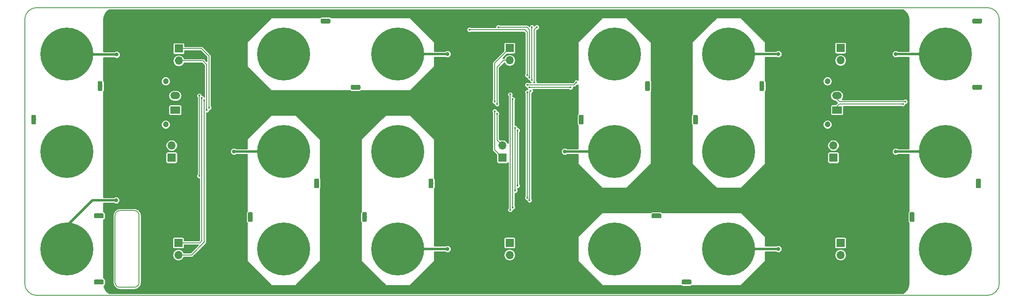
<source format=gbr>
%TF.GenerationSoftware,KiCad,Pcbnew,(5.0.0-rc2-dev-632-g76d3b6f04)*%
%TF.CreationDate,2018-06-22T20:28:34+02:00*%
%TF.ProjectId,CellsBoard,43656C6C73426F6172642E6B69636164,rev?*%
%TF.SameCoordinates,Original*%
%TF.FileFunction,Copper,L2,Bot,Signal*%
%TF.FilePolarity,Positive*%
%FSLAX46Y46*%
G04 Gerber Fmt 4.6, Leading zero omitted, Abs format (unit mm)*
G04 Created by KiCad (PCBNEW (5.0.0-rc2-dev-632-g76d3b6f04)) date 06/22/18 20:28:34*
%MOMM*%
%LPD*%
G01*
G04 APERTURE LIST*
%ADD10C,0.150000*%
%ADD11C,11.000000*%
%ADD12C,0.900000*%
%ADD13C,1.000000*%
%ADD14O,2.000000X1.500000*%
%ADD15R,2.000000X1.500000*%
%ADD16C,1.200000*%
%ADD17O,1.700000X1.700000*%
%ADD18R,1.700000X1.700000*%
%ADD19C,0.400000*%
%ADD20C,0.800000*%
%ADD21C,0.200000*%
%ADD22C,0.500000*%
%ADD23C,0.250000*%
G04 APERTURE END LIST*
D10*
X69750000Y-132300000D02*
X72750000Y-132300000D01*
X68750000Y-147300000D02*
X68750000Y-133300000D01*
X72750000Y-148300000D02*
X69750000Y-148300000D01*
X73750000Y-133300000D02*
X73750000Y-147300000D01*
X69750000Y-148300000D02*
G75*
G02X68750000Y-147300000I0J1000000D01*
G01*
X68750000Y-133300000D02*
G75*
G02X69750000Y-132300000I1000000J0D01*
G01*
X72750000Y-132300000D02*
G75*
G02X73750000Y-133300000I0J-1000000D01*
G01*
X73750000Y-147300000D02*
G75*
G02X72750000Y-148300000I-1000000J0D01*
G01*
X250000000Y-90000000D02*
X52500000Y-90000000D01*
X250000000Y-90000000D02*
G75*
G02X252500000Y-92500000I0J-2500000D01*
G01*
X252500000Y-147500000D02*
X252500000Y-92500000D01*
X252500000Y-147500000D02*
G75*
G02X250000000Y-150000000I-2500000J0D01*
G01*
X52500000Y-150000000D02*
X250000000Y-150000000D01*
X52500000Y-150000000D02*
G75*
G02X50000000Y-147500000I0J2500000D01*
G01*
X50000000Y-92500000D02*
X50000000Y-147500000D01*
X50000000Y-92500000D02*
G75*
G02X52500000Y-90000000I2500000J0D01*
G01*
D11*
X103750000Y-99700000D03*
D12*
X107875000Y-99700000D03*
X106676815Y-102626815D03*
X103750000Y-103825000D03*
X100823185Y-102626815D03*
X99625000Y-99700000D03*
X100823185Y-96773185D03*
X103750000Y-95575000D03*
X106676815Y-96773185D03*
X131625000Y-99700000D03*
X123375000Y-99700000D03*
X127500000Y-103825000D03*
X124573185Y-96773185D03*
X130426815Y-96773185D03*
X130426815Y-102626815D03*
X127500000Y-95575000D03*
X124573185Y-102626815D03*
D11*
X127500000Y-99700000D03*
D10*
G36*
X113274504Y-92301204D02*
X113298773Y-92304804D01*
X113322571Y-92310765D01*
X113345671Y-92319030D01*
X113367849Y-92329520D01*
X113388893Y-92342133D01*
X113408598Y-92356747D01*
X113426777Y-92373223D01*
X113443253Y-92391402D01*
X113457867Y-92411107D01*
X113470480Y-92432151D01*
X113480970Y-92454329D01*
X113489235Y-92477429D01*
X113495196Y-92501227D01*
X113498796Y-92525496D01*
X113500000Y-92550000D01*
X113500000Y-93050000D01*
X113498796Y-93074504D01*
X113495196Y-93098773D01*
X113489235Y-93122571D01*
X113480970Y-93145671D01*
X113470480Y-93167849D01*
X113457867Y-93188893D01*
X113443253Y-93208598D01*
X113426777Y-93226777D01*
X113408598Y-93243253D01*
X113388893Y-93257867D01*
X113367849Y-93270480D01*
X113345671Y-93280970D01*
X113322571Y-93289235D01*
X113298773Y-93295196D01*
X113274504Y-93298796D01*
X113250000Y-93300000D01*
X111750000Y-93300000D01*
X111725496Y-93298796D01*
X111701227Y-93295196D01*
X111677429Y-93289235D01*
X111654329Y-93280970D01*
X111632151Y-93270480D01*
X111611107Y-93257867D01*
X111591402Y-93243253D01*
X111573223Y-93226777D01*
X111556747Y-93208598D01*
X111542133Y-93188893D01*
X111529520Y-93167849D01*
X111519030Y-93145671D01*
X111510765Y-93122571D01*
X111504804Y-93098773D01*
X111501204Y-93074504D01*
X111500000Y-93050000D01*
X111500000Y-92550000D01*
X111501204Y-92525496D01*
X111504804Y-92501227D01*
X111510765Y-92477429D01*
X111519030Y-92454329D01*
X111529520Y-92432151D01*
X111542133Y-92411107D01*
X111556747Y-92391402D01*
X111573223Y-92373223D01*
X111591402Y-92356747D01*
X111611107Y-92342133D01*
X111632151Y-92329520D01*
X111654329Y-92319030D01*
X111677429Y-92310765D01*
X111701227Y-92304804D01*
X111725496Y-92301204D01*
X111750000Y-92300000D01*
X113250000Y-92300000D01*
X113274504Y-92301204D01*
X113274504Y-92301204D01*
G37*
D13*
X112500000Y-92800000D03*
D10*
G36*
X119524504Y-106101204D02*
X119548773Y-106104804D01*
X119572571Y-106110765D01*
X119595671Y-106119030D01*
X119617849Y-106129520D01*
X119638893Y-106142133D01*
X119658598Y-106156747D01*
X119676777Y-106173223D01*
X119693253Y-106191402D01*
X119707867Y-106211107D01*
X119720480Y-106232151D01*
X119730970Y-106254329D01*
X119739235Y-106277429D01*
X119745196Y-106301227D01*
X119748796Y-106325496D01*
X119750000Y-106350000D01*
X119750000Y-106850000D01*
X119748796Y-106874504D01*
X119745196Y-106898773D01*
X119739235Y-106922571D01*
X119730970Y-106945671D01*
X119720480Y-106967849D01*
X119707867Y-106988893D01*
X119693253Y-107008598D01*
X119676777Y-107026777D01*
X119658598Y-107043253D01*
X119638893Y-107057867D01*
X119617849Y-107070480D01*
X119595671Y-107080970D01*
X119572571Y-107089235D01*
X119548773Y-107095196D01*
X119524504Y-107098796D01*
X119500000Y-107100000D01*
X118000000Y-107100000D01*
X117975496Y-107098796D01*
X117951227Y-107095196D01*
X117927429Y-107089235D01*
X117904329Y-107080970D01*
X117882151Y-107070480D01*
X117861107Y-107057867D01*
X117841402Y-107043253D01*
X117823223Y-107026777D01*
X117806747Y-107008598D01*
X117792133Y-106988893D01*
X117779520Y-106967849D01*
X117769030Y-106945671D01*
X117760765Y-106922571D01*
X117754804Y-106898773D01*
X117751204Y-106874504D01*
X117750000Y-106850000D01*
X117750000Y-106350000D01*
X117751204Y-106325496D01*
X117754804Y-106301227D01*
X117760765Y-106277429D01*
X117769030Y-106254329D01*
X117779520Y-106232151D01*
X117792133Y-106211107D01*
X117806747Y-106191402D01*
X117823223Y-106173223D01*
X117841402Y-106156747D01*
X117861107Y-106142133D01*
X117882151Y-106129520D01*
X117904329Y-106119030D01*
X117927429Y-106110765D01*
X117951227Y-106104804D01*
X117975496Y-106101204D01*
X118000000Y-106100000D01*
X119500000Y-106100000D01*
X119524504Y-106101204D01*
X119524504Y-106101204D01*
G37*
D13*
X118750000Y-106600000D03*
D11*
X172500000Y-140300000D03*
D12*
X176625000Y-140300000D03*
X175426815Y-143226815D03*
X172500000Y-144425000D03*
X169573185Y-143226815D03*
X168375000Y-140300000D03*
X169573185Y-137373185D03*
X172500000Y-136175000D03*
X175426815Y-137373185D03*
X200375000Y-140300000D03*
X192125000Y-140300000D03*
X196250000Y-144425000D03*
X193323185Y-137373185D03*
X199176815Y-137373185D03*
X199176815Y-143226815D03*
X196250000Y-136175000D03*
X193323185Y-143226815D03*
D11*
X196250000Y-140300000D03*
D10*
G36*
X182024504Y-132901204D02*
X182048773Y-132904804D01*
X182072571Y-132910765D01*
X182095671Y-132919030D01*
X182117849Y-132929520D01*
X182138893Y-132942133D01*
X182158598Y-132956747D01*
X182176777Y-132973223D01*
X182193253Y-132991402D01*
X182207867Y-133011107D01*
X182220480Y-133032151D01*
X182230970Y-133054329D01*
X182239235Y-133077429D01*
X182245196Y-133101227D01*
X182248796Y-133125496D01*
X182250000Y-133150000D01*
X182250000Y-133650000D01*
X182248796Y-133674504D01*
X182245196Y-133698773D01*
X182239235Y-133722571D01*
X182230970Y-133745671D01*
X182220480Y-133767849D01*
X182207867Y-133788893D01*
X182193253Y-133808598D01*
X182176777Y-133826777D01*
X182158598Y-133843253D01*
X182138893Y-133857867D01*
X182117849Y-133870480D01*
X182095671Y-133880970D01*
X182072571Y-133889235D01*
X182048773Y-133895196D01*
X182024504Y-133898796D01*
X182000000Y-133900000D01*
X180500000Y-133900000D01*
X180475496Y-133898796D01*
X180451227Y-133895196D01*
X180427429Y-133889235D01*
X180404329Y-133880970D01*
X180382151Y-133870480D01*
X180361107Y-133857867D01*
X180341402Y-133843253D01*
X180323223Y-133826777D01*
X180306747Y-133808598D01*
X180292133Y-133788893D01*
X180279520Y-133767849D01*
X180269030Y-133745671D01*
X180260765Y-133722571D01*
X180254804Y-133698773D01*
X180251204Y-133674504D01*
X180250000Y-133650000D01*
X180250000Y-133150000D01*
X180251204Y-133125496D01*
X180254804Y-133101227D01*
X180260765Y-133077429D01*
X180269030Y-133054329D01*
X180279520Y-133032151D01*
X180292133Y-133011107D01*
X180306747Y-132991402D01*
X180323223Y-132973223D01*
X180341402Y-132956747D01*
X180361107Y-132942133D01*
X180382151Y-132929520D01*
X180404329Y-132919030D01*
X180427429Y-132910765D01*
X180451227Y-132904804D01*
X180475496Y-132901204D01*
X180500000Y-132900000D01*
X182000000Y-132900000D01*
X182024504Y-132901204D01*
X182024504Y-132901204D01*
G37*
D13*
X181250000Y-133400000D03*
D10*
G36*
X188274504Y-146701204D02*
X188298773Y-146704804D01*
X188322571Y-146710765D01*
X188345671Y-146719030D01*
X188367849Y-146729520D01*
X188388893Y-146742133D01*
X188408598Y-146756747D01*
X188426777Y-146773223D01*
X188443253Y-146791402D01*
X188457867Y-146811107D01*
X188470480Y-146832151D01*
X188480970Y-146854329D01*
X188489235Y-146877429D01*
X188495196Y-146901227D01*
X188498796Y-146925496D01*
X188500000Y-146950000D01*
X188500000Y-147450000D01*
X188498796Y-147474504D01*
X188495196Y-147498773D01*
X188489235Y-147522571D01*
X188480970Y-147545671D01*
X188470480Y-147567849D01*
X188457867Y-147588893D01*
X188443253Y-147608598D01*
X188426777Y-147626777D01*
X188408598Y-147643253D01*
X188388893Y-147657867D01*
X188367849Y-147670480D01*
X188345671Y-147680970D01*
X188322571Y-147689235D01*
X188298773Y-147695196D01*
X188274504Y-147698796D01*
X188250000Y-147700000D01*
X186750000Y-147700000D01*
X186725496Y-147698796D01*
X186701227Y-147695196D01*
X186677429Y-147689235D01*
X186654329Y-147680970D01*
X186632151Y-147670480D01*
X186611107Y-147657867D01*
X186591402Y-147643253D01*
X186573223Y-147626777D01*
X186556747Y-147608598D01*
X186542133Y-147588893D01*
X186529520Y-147567849D01*
X186519030Y-147545671D01*
X186510765Y-147522571D01*
X186504804Y-147498773D01*
X186501204Y-147474504D01*
X186500000Y-147450000D01*
X186500000Y-146950000D01*
X186501204Y-146925496D01*
X186504804Y-146901227D01*
X186510765Y-146877429D01*
X186519030Y-146854329D01*
X186529520Y-146832151D01*
X186542133Y-146811107D01*
X186556747Y-146791402D01*
X186573223Y-146773223D01*
X186591402Y-146756747D01*
X186611107Y-146742133D01*
X186632151Y-146729520D01*
X186654329Y-146719030D01*
X186677429Y-146710765D01*
X186701227Y-146704804D01*
X186725496Y-146701204D01*
X186750000Y-146700000D01*
X188250000Y-146700000D01*
X188274504Y-146701204D01*
X188274504Y-146701204D01*
G37*
D13*
X187500000Y-147200000D03*
D11*
X103750000Y-120000000D03*
D12*
X103750000Y-124125000D03*
X100823185Y-122926815D03*
X99625000Y-120000000D03*
X100823185Y-117073185D03*
X103750000Y-115875000D03*
X106676815Y-117073185D03*
X107875000Y-120000000D03*
X106676815Y-122926815D03*
X103750000Y-144425000D03*
X103750000Y-136175000D03*
X99625000Y-140300000D03*
X106676815Y-137373185D03*
X106676815Y-143226815D03*
X100823185Y-143226815D03*
X107875000Y-140300000D03*
X100823185Y-137373185D03*
D11*
X103750000Y-140300000D03*
D10*
G36*
X110924504Y-125651204D02*
X110948773Y-125654804D01*
X110972571Y-125660765D01*
X110995671Y-125669030D01*
X111017849Y-125679520D01*
X111038893Y-125692133D01*
X111058598Y-125706747D01*
X111076777Y-125723223D01*
X111093253Y-125741402D01*
X111107867Y-125761107D01*
X111120480Y-125782151D01*
X111130970Y-125804329D01*
X111139235Y-125827429D01*
X111145196Y-125851227D01*
X111148796Y-125875496D01*
X111150000Y-125900000D01*
X111150000Y-127400000D01*
X111148796Y-127424504D01*
X111145196Y-127448773D01*
X111139235Y-127472571D01*
X111130970Y-127495671D01*
X111120480Y-127517849D01*
X111107867Y-127538893D01*
X111093253Y-127558598D01*
X111076777Y-127576777D01*
X111058598Y-127593253D01*
X111038893Y-127607867D01*
X111017849Y-127620480D01*
X110995671Y-127630970D01*
X110972571Y-127639235D01*
X110948773Y-127645196D01*
X110924504Y-127648796D01*
X110900000Y-127650000D01*
X110400000Y-127650000D01*
X110375496Y-127648796D01*
X110351227Y-127645196D01*
X110327429Y-127639235D01*
X110304329Y-127630970D01*
X110282151Y-127620480D01*
X110261107Y-127607867D01*
X110241402Y-127593253D01*
X110223223Y-127576777D01*
X110206747Y-127558598D01*
X110192133Y-127538893D01*
X110179520Y-127517849D01*
X110169030Y-127495671D01*
X110160765Y-127472571D01*
X110154804Y-127448773D01*
X110151204Y-127424504D01*
X110150000Y-127400000D01*
X110150000Y-125900000D01*
X110151204Y-125875496D01*
X110154804Y-125851227D01*
X110160765Y-125827429D01*
X110169030Y-125804329D01*
X110179520Y-125782151D01*
X110192133Y-125761107D01*
X110206747Y-125741402D01*
X110223223Y-125723223D01*
X110241402Y-125706747D01*
X110261107Y-125692133D01*
X110282151Y-125679520D01*
X110304329Y-125669030D01*
X110327429Y-125660765D01*
X110351227Y-125654804D01*
X110375496Y-125651204D01*
X110400000Y-125650000D01*
X110900000Y-125650000D01*
X110924504Y-125651204D01*
X110924504Y-125651204D01*
G37*
D13*
X110650000Y-126650000D03*
D10*
G36*
X97124504Y-132651204D02*
X97148773Y-132654804D01*
X97172571Y-132660765D01*
X97195671Y-132669030D01*
X97217849Y-132679520D01*
X97238893Y-132692133D01*
X97258598Y-132706747D01*
X97276777Y-132723223D01*
X97293253Y-132741402D01*
X97307867Y-132761107D01*
X97320480Y-132782151D01*
X97330970Y-132804329D01*
X97339235Y-132827429D01*
X97345196Y-132851227D01*
X97348796Y-132875496D01*
X97350000Y-132900000D01*
X97350000Y-134400000D01*
X97348796Y-134424504D01*
X97345196Y-134448773D01*
X97339235Y-134472571D01*
X97330970Y-134495671D01*
X97320480Y-134517849D01*
X97307867Y-134538893D01*
X97293253Y-134558598D01*
X97276777Y-134576777D01*
X97258598Y-134593253D01*
X97238893Y-134607867D01*
X97217849Y-134620480D01*
X97195671Y-134630970D01*
X97172571Y-134639235D01*
X97148773Y-134645196D01*
X97124504Y-134648796D01*
X97100000Y-134650000D01*
X96600000Y-134650000D01*
X96575496Y-134648796D01*
X96551227Y-134645196D01*
X96527429Y-134639235D01*
X96504329Y-134630970D01*
X96482151Y-134620480D01*
X96461107Y-134607867D01*
X96441402Y-134593253D01*
X96423223Y-134576777D01*
X96406747Y-134558598D01*
X96392133Y-134538893D01*
X96379520Y-134517849D01*
X96369030Y-134495671D01*
X96360765Y-134472571D01*
X96354804Y-134448773D01*
X96351204Y-134424504D01*
X96350000Y-134400000D01*
X96350000Y-132900000D01*
X96351204Y-132875496D01*
X96354804Y-132851227D01*
X96360765Y-132827429D01*
X96369030Y-132804329D01*
X96379520Y-132782151D01*
X96392133Y-132761107D01*
X96406747Y-132741402D01*
X96423223Y-132723223D01*
X96441402Y-132706747D01*
X96461107Y-132692133D01*
X96482151Y-132679520D01*
X96504329Y-132669030D01*
X96527429Y-132660765D01*
X96551227Y-132654804D01*
X96575496Y-132651204D01*
X96600000Y-132650000D01*
X97100000Y-132650000D01*
X97124504Y-132651204D01*
X97124504Y-132651204D01*
G37*
D13*
X96850000Y-133650000D03*
D11*
X58750000Y-99700000D03*
D12*
X58750000Y-103825000D03*
X55823185Y-102626815D03*
X54625000Y-99700000D03*
X55823185Y-96773185D03*
X58750000Y-95575000D03*
X61676815Y-96773185D03*
X62875000Y-99700000D03*
X61676815Y-102626815D03*
X58750000Y-124125000D03*
X58750000Y-115875000D03*
X54625000Y-120000000D03*
X61676815Y-117073185D03*
X61676815Y-122926815D03*
X55823185Y-122926815D03*
X62875000Y-120000000D03*
X55823185Y-117073185D03*
D11*
X58750000Y-120000000D03*
D10*
G36*
X65924504Y-105351204D02*
X65948773Y-105354804D01*
X65972571Y-105360765D01*
X65995671Y-105369030D01*
X66017849Y-105379520D01*
X66038893Y-105392133D01*
X66058598Y-105406747D01*
X66076777Y-105423223D01*
X66093253Y-105441402D01*
X66107867Y-105461107D01*
X66120480Y-105482151D01*
X66130970Y-105504329D01*
X66139235Y-105527429D01*
X66145196Y-105551227D01*
X66148796Y-105575496D01*
X66150000Y-105600000D01*
X66150000Y-107100000D01*
X66148796Y-107124504D01*
X66145196Y-107148773D01*
X66139235Y-107172571D01*
X66130970Y-107195671D01*
X66120480Y-107217849D01*
X66107867Y-107238893D01*
X66093253Y-107258598D01*
X66076777Y-107276777D01*
X66058598Y-107293253D01*
X66038893Y-107307867D01*
X66017849Y-107320480D01*
X65995671Y-107330970D01*
X65972571Y-107339235D01*
X65948773Y-107345196D01*
X65924504Y-107348796D01*
X65900000Y-107350000D01*
X65400000Y-107350000D01*
X65375496Y-107348796D01*
X65351227Y-107345196D01*
X65327429Y-107339235D01*
X65304329Y-107330970D01*
X65282151Y-107320480D01*
X65261107Y-107307867D01*
X65241402Y-107293253D01*
X65223223Y-107276777D01*
X65206747Y-107258598D01*
X65192133Y-107238893D01*
X65179520Y-107217849D01*
X65169030Y-107195671D01*
X65160765Y-107172571D01*
X65154804Y-107148773D01*
X65151204Y-107124504D01*
X65150000Y-107100000D01*
X65150000Y-105600000D01*
X65151204Y-105575496D01*
X65154804Y-105551227D01*
X65160765Y-105527429D01*
X65169030Y-105504329D01*
X65179520Y-105482151D01*
X65192133Y-105461107D01*
X65206747Y-105441402D01*
X65223223Y-105423223D01*
X65241402Y-105406747D01*
X65261107Y-105392133D01*
X65282151Y-105379520D01*
X65304329Y-105369030D01*
X65327429Y-105360765D01*
X65351227Y-105354804D01*
X65375496Y-105351204D01*
X65400000Y-105350000D01*
X65900000Y-105350000D01*
X65924504Y-105351204D01*
X65924504Y-105351204D01*
G37*
D13*
X65650000Y-106350000D03*
D10*
G36*
X52124504Y-112351204D02*
X52148773Y-112354804D01*
X52172571Y-112360765D01*
X52195671Y-112369030D01*
X52217849Y-112379520D01*
X52238893Y-112392133D01*
X52258598Y-112406747D01*
X52276777Y-112423223D01*
X52293253Y-112441402D01*
X52307867Y-112461107D01*
X52320480Y-112482151D01*
X52330970Y-112504329D01*
X52339235Y-112527429D01*
X52345196Y-112551227D01*
X52348796Y-112575496D01*
X52350000Y-112600000D01*
X52350000Y-114100000D01*
X52348796Y-114124504D01*
X52345196Y-114148773D01*
X52339235Y-114172571D01*
X52330970Y-114195671D01*
X52320480Y-114217849D01*
X52307867Y-114238893D01*
X52293253Y-114258598D01*
X52276777Y-114276777D01*
X52258598Y-114293253D01*
X52238893Y-114307867D01*
X52217849Y-114320480D01*
X52195671Y-114330970D01*
X52172571Y-114339235D01*
X52148773Y-114345196D01*
X52124504Y-114348796D01*
X52100000Y-114350000D01*
X51600000Y-114350000D01*
X51575496Y-114348796D01*
X51551227Y-114345196D01*
X51527429Y-114339235D01*
X51504329Y-114330970D01*
X51482151Y-114320480D01*
X51461107Y-114307867D01*
X51441402Y-114293253D01*
X51423223Y-114276777D01*
X51406747Y-114258598D01*
X51392133Y-114238893D01*
X51379520Y-114217849D01*
X51369030Y-114195671D01*
X51360765Y-114172571D01*
X51354804Y-114148773D01*
X51351204Y-114124504D01*
X51350000Y-114100000D01*
X51350000Y-112600000D01*
X51351204Y-112575496D01*
X51354804Y-112551227D01*
X51360765Y-112527429D01*
X51369030Y-112504329D01*
X51379520Y-112482151D01*
X51392133Y-112461107D01*
X51406747Y-112441402D01*
X51423223Y-112423223D01*
X51441402Y-112406747D01*
X51461107Y-112392133D01*
X51482151Y-112379520D01*
X51504329Y-112369030D01*
X51527429Y-112360765D01*
X51551227Y-112354804D01*
X51575496Y-112351204D01*
X51600000Y-112350000D01*
X52100000Y-112350000D01*
X52124504Y-112351204D01*
X52124504Y-112351204D01*
G37*
D13*
X51850000Y-113350000D03*
D11*
X172500000Y-120000000D03*
D12*
X172500000Y-115875000D03*
X175426815Y-117073185D03*
X176625000Y-120000000D03*
X175426815Y-122926815D03*
X172500000Y-124125000D03*
X169573185Y-122926815D03*
X168375000Y-120000000D03*
X169573185Y-117073185D03*
X172500000Y-95575000D03*
X172500000Y-103825000D03*
X176625000Y-99700000D03*
X169573185Y-102626815D03*
X169573185Y-96773185D03*
X175426815Y-96773185D03*
X168375000Y-99700000D03*
X175426815Y-102626815D03*
D11*
X172500000Y-99700000D03*
D10*
G36*
X165874504Y-112351204D02*
X165898773Y-112354804D01*
X165922571Y-112360765D01*
X165945671Y-112369030D01*
X165967849Y-112379520D01*
X165988893Y-112392133D01*
X166008598Y-112406747D01*
X166026777Y-112423223D01*
X166043253Y-112441402D01*
X166057867Y-112461107D01*
X166070480Y-112482151D01*
X166080970Y-112504329D01*
X166089235Y-112527429D01*
X166095196Y-112551227D01*
X166098796Y-112575496D01*
X166100000Y-112600000D01*
X166100000Y-114100000D01*
X166098796Y-114124504D01*
X166095196Y-114148773D01*
X166089235Y-114172571D01*
X166080970Y-114195671D01*
X166070480Y-114217849D01*
X166057867Y-114238893D01*
X166043253Y-114258598D01*
X166026777Y-114276777D01*
X166008598Y-114293253D01*
X165988893Y-114307867D01*
X165967849Y-114320480D01*
X165945671Y-114330970D01*
X165922571Y-114339235D01*
X165898773Y-114345196D01*
X165874504Y-114348796D01*
X165850000Y-114350000D01*
X165350000Y-114350000D01*
X165325496Y-114348796D01*
X165301227Y-114345196D01*
X165277429Y-114339235D01*
X165254329Y-114330970D01*
X165232151Y-114320480D01*
X165211107Y-114307867D01*
X165191402Y-114293253D01*
X165173223Y-114276777D01*
X165156747Y-114258598D01*
X165142133Y-114238893D01*
X165129520Y-114217849D01*
X165119030Y-114195671D01*
X165110765Y-114172571D01*
X165104804Y-114148773D01*
X165101204Y-114124504D01*
X165100000Y-114100000D01*
X165100000Y-112600000D01*
X165101204Y-112575496D01*
X165104804Y-112551227D01*
X165110765Y-112527429D01*
X165119030Y-112504329D01*
X165129520Y-112482151D01*
X165142133Y-112461107D01*
X165156747Y-112441402D01*
X165173223Y-112423223D01*
X165191402Y-112406747D01*
X165211107Y-112392133D01*
X165232151Y-112379520D01*
X165254329Y-112369030D01*
X165277429Y-112360765D01*
X165301227Y-112354804D01*
X165325496Y-112351204D01*
X165350000Y-112350000D01*
X165850000Y-112350000D01*
X165874504Y-112351204D01*
X165874504Y-112351204D01*
G37*
D13*
X165600000Y-113350000D03*
D10*
G36*
X179674504Y-105351204D02*
X179698773Y-105354804D01*
X179722571Y-105360765D01*
X179745671Y-105369030D01*
X179767849Y-105379520D01*
X179788893Y-105392133D01*
X179808598Y-105406747D01*
X179826777Y-105423223D01*
X179843253Y-105441402D01*
X179857867Y-105461107D01*
X179870480Y-105482151D01*
X179880970Y-105504329D01*
X179889235Y-105527429D01*
X179895196Y-105551227D01*
X179898796Y-105575496D01*
X179900000Y-105600000D01*
X179900000Y-107100000D01*
X179898796Y-107124504D01*
X179895196Y-107148773D01*
X179889235Y-107172571D01*
X179880970Y-107195671D01*
X179870480Y-107217849D01*
X179857867Y-107238893D01*
X179843253Y-107258598D01*
X179826777Y-107276777D01*
X179808598Y-107293253D01*
X179788893Y-107307867D01*
X179767849Y-107320480D01*
X179745671Y-107330970D01*
X179722571Y-107339235D01*
X179698773Y-107345196D01*
X179674504Y-107348796D01*
X179650000Y-107350000D01*
X179150000Y-107350000D01*
X179125496Y-107348796D01*
X179101227Y-107345196D01*
X179077429Y-107339235D01*
X179054329Y-107330970D01*
X179032151Y-107320480D01*
X179011107Y-107307867D01*
X178991402Y-107293253D01*
X178973223Y-107276777D01*
X178956747Y-107258598D01*
X178942133Y-107238893D01*
X178929520Y-107217849D01*
X178919030Y-107195671D01*
X178910765Y-107172571D01*
X178904804Y-107148773D01*
X178901204Y-107124504D01*
X178900000Y-107100000D01*
X178900000Y-105600000D01*
X178901204Y-105575496D01*
X178904804Y-105551227D01*
X178910765Y-105527429D01*
X178919030Y-105504329D01*
X178929520Y-105482151D01*
X178942133Y-105461107D01*
X178956747Y-105441402D01*
X178973223Y-105423223D01*
X178991402Y-105406747D01*
X179011107Y-105392133D01*
X179032151Y-105379520D01*
X179054329Y-105369030D01*
X179077429Y-105360765D01*
X179101227Y-105354804D01*
X179125496Y-105351204D01*
X179150000Y-105350000D01*
X179650000Y-105350000D01*
X179674504Y-105351204D01*
X179674504Y-105351204D01*
G37*
D13*
X179400000Y-106350000D03*
D11*
X127500000Y-140300000D03*
D12*
X127500000Y-136175000D03*
X130426815Y-137373185D03*
X131625000Y-140300000D03*
X130426815Y-143226815D03*
X127500000Y-144425000D03*
X124573185Y-143226815D03*
X123375000Y-140300000D03*
X124573185Y-137373185D03*
X127500000Y-115875000D03*
X127500000Y-124125000D03*
X131625000Y-120000000D03*
X124573185Y-122926815D03*
X124573185Y-117073185D03*
X130426815Y-117073185D03*
X123375000Y-120000000D03*
X130426815Y-122926815D03*
D11*
X127500000Y-120000000D03*
D10*
G36*
X120874504Y-132651204D02*
X120898773Y-132654804D01*
X120922571Y-132660765D01*
X120945671Y-132669030D01*
X120967849Y-132679520D01*
X120988893Y-132692133D01*
X121008598Y-132706747D01*
X121026777Y-132723223D01*
X121043253Y-132741402D01*
X121057867Y-132761107D01*
X121070480Y-132782151D01*
X121080970Y-132804329D01*
X121089235Y-132827429D01*
X121095196Y-132851227D01*
X121098796Y-132875496D01*
X121100000Y-132900000D01*
X121100000Y-134400000D01*
X121098796Y-134424504D01*
X121095196Y-134448773D01*
X121089235Y-134472571D01*
X121080970Y-134495671D01*
X121070480Y-134517849D01*
X121057867Y-134538893D01*
X121043253Y-134558598D01*
X121026777Y-134576777D01*
X121008598Y-134593253D01*
X120988893Y-134607867D01*
X120967849Y-134620480D01*
X120945671Y-134630970D01*
X120922571Y-134639235D01*
X120898773Y-134645196D01*
X120874504Y-134648796D01*
X120850000Y-134650000D01*
X120350000Y-134650000D01*
X120325496Y-134648796D01*
X120301227Y-134645196D01*
X120277429Y-134639235D01*
X120254329Y-134630970D01*
X120232151Y-134620480D01*
X120211107Y-134607867D01*
X120191402Y-134593253D01*
X120173223Y-134576777D01*
X120156747Y-134558598D01*
X120142133Y-134538893D01*
X120129520Y-134517849D01*
X120119030Y-134495671D01*
X120110765Y-134472571D01*
X120104804Y-134448773D01*
X120101204Y-134424504D01*
X120100000Y-134400000D01*
X120100000Y-132900000D01*
X120101204Y-132875496D01*
X120104804Y-132851227D01*
X120110765Y-132827429D01*
X120119030Y-132804329D01*
X120129520Y-132782151D01*
X120142133Y-132761107D01*
X120156747Y-132741402D01*
X120173223Y-132723223D01*
X120191402Y-132706747D01*
X120211107Y-132692133D01*
X120232151Y-132679520D01*
X120254329Y-132669030D01*
X120277429Y-132660765D01*
X120301227Y-132654804D01*
X120325496Y-132651204D01*
X120350000Y-132650000D01*
X120850000Y-132650000D01*
X120874504Y-132651204D01*
X120874504Y-132651204D01*
G37*
D13*
X120600000Y-133650000D03*
D10*
G36*
X134674504Y-125651204D02*
X134698773Y-125654804D01*
X134722571Y-125660765D01*
X134745671Y-125669030D01*
X134767849Y-125679520D01*
X134788893Y-125692133D01*
X134808598Y-125706747D01*
X134826777Y-125723223D01*
X134843253Y-125741402D01*
X134857867Y-125761107D01*
X134870480Y-125782151D01*
X134880970Y-125804329D01*
X134889235Y-125827429D01*
X134895196Y-125851227D01*
X134898796Y-125875496D01*
X134900000Y-125900000D01*
X134900000Y-127400000D01*
X134898796Y-127424504D01*
X134895196Y-127448773D01*
X134889235Y-127472571D01*
X134880970Y-127495671D01*
X134870480Y-127517849D01*
X134857867Y-127538893D01*
X134843253Y-127558598D01*
X134826777Y-127576777D01*
X134808598Y-127593253D01*
X134788893Y-127607867D01*
X134767849Y-127620480D01*
X134745671Y-127630970D01*
X134722571Y-127639235D01*
X134698773Y-127645196D01*
X134674504Y-127648796D01*
X134650000Y-127650000D01*
X134150000Y-127650000D01*
X134125496Y-127648796D01*
X134101227Y-127645196D01*
X134077429Y-127639235D01*
X134054329Y-127630970D01*
X134032151Y-127620480D01*
X134011107Y-127607867D01*
X133991402Y-127593253D01*
X133973223Y-127576777D01*
X133956747Y-127558598D01*
X133942133Y-127538893D01*
X133929520Y-127517849D01*
X133919030Y-127495671D01*
X133910765Y-127472571D01*
X133904804Y-127448773D01*
X133901204Y-127424504D01*
X133900000Y-127400000D01*
X133900000Y-125900000D01*
X133901204Y-125875496D01*
X133904804Y-125851227D01*
X133910765Y-125827429D01*
X133919030Y-125804329D01*
X133929520Y-125782151D01*
X133942133Y-125761107D01*
X133956747Y-125741402D01*
X133973223Y-125723223D01*
X133991402Y-125706747D01*
X134011107Y-125692133D01*
X134032151Y-125679520D01*
X134054329Y-125669030D01*
X134077429Y-125660765D01*
X134101227Y-125654804D01*
X134125496Y-125651204D01*
X134150000Y-125650000D01*
X134650000Y-125650000D01*
X134674504Y-125651204D01*
X134674504Y-125651204D01*
G37*
D13*
X134400000Y-126650000D03*
D11*
X241250000Y-120000000D03*
D12*
X241250000Y-124125000D03*
X238323185Y-122926815D03*
X237125000Y-120000000D03*
X238323185Y-117073185D03*
X241250000Y-115875000D03*
X244176815Y-117073185D03*
X245375000Y-120000000D03*
X244176815Y-122926815D03*
X241250000Y-144425000D03*
X241250000Y-136175000D03*
X237125000Y-140300000D03*
X244176815Y-137373185D03*
X244176815Y-143226815D03*
X238323185Y-143226815D03*
X245375000Y-140300000D03*
X238323185Y-137373185D03*
D11*
X241250000Y-140300000D03*
D10*
G36*
X248424504Y-125651204D02*
X248448773Y-125654804D01*
X248472571Y-125660765D01*
X248495671Y-125669030D01*
X248517849Y-125679520D01*
X248538893Y-125692133D01*
X248558598Y-125706747D01*
X248576777Y-125723223D01*
X248593253Y-125741402D01*
X248607867Y-125761107D01*
X248620480Y-125782151D01*
X248630970Y-125804329D01*
X248639235Y-125827429D01*
X248645196Y-125851227D01*
X248648796Y-125875496D01*
X248650000Y-125900000D01*
X248650000Y-127400000D01*
X248648796Y-127424504D01*
X248645196Y-127448773D01*
X248639235Y-127472571D01*
X248630970Y-127495671D01*
X248620480Y-127517849D01*
X248607867Y-127538893D01*
X248593253Y-127558598D01*
X248576777Y-127576777D01*
X248558598Y-127593253D01*
X248538893Y-127607867D01*
X248517849Y-127620480D01*
X248495671Y-127630970D01*
X248472571Y-127639235D01*
X248448773Y-127645196D01*
X248424504Y-127648796D01*
X248400000Y-127650000D01*
X247900000Y-127650000D01*
X247875496Y-127648796D01*
X247851227Y-127645196D01*
X247827429Y-127639235D01*
X247804329Y-127630970D01*
X247782151Y-127620480D01*
X247761107Y-127607867D01*
X247741402Y-127593253D01*
X247723223Y-127576777D01*
X247706747Y-127558598D01*
X247692133Y-127538893D01*
X247679520Y-127517849D01*
X247669030Y-127495671D01*
X247660765Y-127472571D01*
X247654804Y-127448773D01*
X247651204Y-127424504D01*
X247650000Y-127400000D01*
X247650000Y-125900000D01*
X247651204Y-125875496D01*
X247654804Y-125851227D01*
X247660765Y-125827429D01*
X247669030Y-125804329D01*
X247679520Y-125782151D01*
X247692133Y-125761107D01*
X247706747Y-125741402D01*
X247723223Y-125723223D01*
X247741402Y-125706747D01*
X247761107Y-125692133D01*
X247782151Y-125679520D01*
X247804329Y-125669030D01*
X247827429Y-125660765D01*
X247851227Y-125654804D01*
X247875496Y-125651204D01*
X247900000Y-125650000D01*
X248400000Y-125650000D01*
X248424504Y-125651204D01*
X248424504Y-125651204D01*
G37*
D13*
X248150000Y-126650000D03*
D10*
G36*
X234624504Y-132651204D02*
X234648773Y-132654804D01*
X234672571Y-132660765D01*
X234695671Y-132669030D01*
X234717849Y-132679520D01*
X234738893Y-132692133D01*
X234758598Y-132706747D01*
X234776777Y-132723223D01*
X234793253Y-132741402D01*
X234807867Y-132761107D01*
X234820480Y-132782151D01*
X234830970Y-132804329D01*
X234839235Y-132827429D01*
X234845196Y-132851227D01*
X234848796Y-132875496D01*
X234850000Y-132900000D01*
X234850000Y-134400000D01*
X234848796Y-134424504D01*
X234845196Y-134448773D01*
X234839235Y-134472571D01*
X234830970Y-134495671D01*
X234820480Y-134517849D01*
X234807867Y-134538893D01*
X234793253Y-134558598D01*
X234776777Y-134576777D01*
X234758598Y-134593253D01*
X234738893Y-134607867D01*
X234717849Y-134620480D01*
X234695671Y-134630970D01*
X234672571Y-134639235D01*
X234648773Y-134645196D01*
X234624504Y-134648796D01*
X234600000Y-134650000D01*
X234100000Y-134650000D01*
X234075496Y-134648796D01*
X234051227Y-134645196D01*
X234027429Y-134639235D01*
X234004329Y-134630970D01*
X233982151Y-134620480D01*
X233961107Y-134607867D01*
X233941402Y-134593253D01*
X233923223Y-134576777D01*
X233906747Y-134558598D01*
X233892133Y-134538893D01*
X233879520Y-134517849D01*
X233869030Y-134495671D01*
X233860765Y-134472571D01*
X233854804Y-134448773D01*
X233851204Y-134424504D01*
X233850000Y-134400000D01*
X233850000Y-132900000D01*
X233851204Y-132875496D01*
X233854804Y-132851227D01*
X233860765Y-132827429D01*
X233869030Y-132804329D01*
X233879520Y-132782151D01*
X233892133Y-132761107D01*
X233906747Y-132741402D01*
X233923223Y-132723223D01*
X233941402Y-132706747D01*
X233961107Y-132692133D01*
X233982151Y-132679520D01*
X234004329Y-132669030D01*
X234027429Y-132660765D01*
X234051227Y-132654804D01*
X234075496Y-132651204D01*
X234100000Y-132650000D01*
X234600000Y-132650000D01*
X234624504Y-132651204D01*
X234624504Y-132651204D01*
G37*
D13*
X234350000Y-133650000D03*
D11*
X196250000Y-99700000D03*
D12*
X196250000Y-103825000D03*
X193323185Y-102626815D03*
X192125000Y-99700000D03*
X193323185Y-96773185D03*
X196250000Y-95575000D03*
X199176815Y-96773185D03*
X200375000Y-99700000D03*
X199176815Y-102626815D03*
X196250000Y-124125000D03*
X196250000Y-115875000D03*
X192125000Y-120000000D03*
X199176815Y-117073185D03*
X199176815Y-122926815D03*
X193323185Y-122926815D03*
X200375000Y-120000000D03*
X193323185Y-117073185D03*
D11*
X196250000Y-120000000D03*
D10*
G36*
X203424504Y-105351204D02*
X203448773Y-105354804D01*
X203472571Y-105360765D01*
X203495671Y-105369030D01*
X203517849Y-105379520D01*
X203538893Y-105392133D01*
X203558598Y-105406747D01*
X203576777Y-105423223D01*
X203593253Y-105441402D01*
X203607867Y-105461107D01*
X203620480Y-105482151D01*
X203630970Y-105504329D01*
X203639235Y-105527429D01*
X203645196Y-105551227D01*
X203648796Y-105575496D01*
X203650000Y-105600000D01*
X203650000Y-107100000D01*
X203648796Y-107124504D01*
X203645196Y-107148773D01*
X203639235Y-107172571D01*
X203630970Y-107195671D01*
X203620480Y-107217849D01*
X203607867Y-107238893D01*
X203593253Y-107258598D01*
X203576777Y-107276777D01*
X203558598Y-107293253D01*
X203538893Y-107307867D01*
X203517849Y-107320480D01*
X203495671Y-107330970D01*
X203472571Y-107339235D01*
X203448773Y-107345196D01*
X203424504Y-107348796D01*
X203400000Y-107350000D01*
X202900000Y-107350000D01*
X202875496Y-107348796D01*
X202851227Y-107345196D01*
X202827429Y-107339235D01*
X202804329Y-107330970D01*
X202782151Y-107320480D01*
X202761107Y-107307867D01*
X202741402Y-107293253D01*
X202723223Y-107276777D01*
X202706747Y-107258598D01*
X202692133Y-107238893D01*
X202679520Y-107217849D01*
X202669030Y-107195671D01*
X202660765Y-107172571D01*
X202654804Y-107148773D01*
X202651204Y-107124504D01*
X202650000Y-107100000D01*
X202650000Y-105600000D01*
X202651204Y-105575496D01*
X202654804Y-105551227D01*
X202660765Y-105527429D01*
X202669030Y-105504329D01*
X202679520Y-105482151D01*
X202692133Y-105461107D01*
X202706747Y-105441402D01*
X202723223Y-105423223D01*
X202741402Y-105406747D01*
X202761107Y-105392133D01*
X202782151Y-105379520D01*
X202804329Y-105369030D01*
X202827429Y-105360765D01*
X202851227Y-105354804D01*
X202875496Y-105351204D01*
X202900000Y-105350000D01*
X203400000Y-105350000D01*
X203424504Y-105351204D01*
X203424504Y-105351204D01*
G37*
D13*
X203150000Y-106350000D03*
D10*
G36*
X189624504Y-112351204D02*
X189648773Y-112354804D01*
X189672571Y-112360765D01*
X189695671Y-112369030D01*
X189717849Y-112379520D01*
X189738893Y-112392133D01*
X189758598Y-112406747D01*
X189776777Y-112423223D01*
X189793253Y-112441402D01*
X189807867Y-112461107D01*
X189820480Y-112482151D01*
X189830970Y-112504329D01*
X189839235Y-112527429D01*
X189845196Y-112551227D01*
X189848796Y-112575496D01*
X189850000Y-112600000D01*
X189850000Y-114100000D01*
X189848796Y-114124504D01*
X189845196Y-114148773D01*
X189839235Y-114172571D01*
X189830970Y-114195671D01*
X189820480Y-114217849D01*
X189807867Y-114238893D01*
X189793253Y-114258598D01*
X189776777Y-114276777D01*
X189758598Y-114293253D01*
X189738893Y-114307867D01*
X189717849Y-114320480D01*
X189695671Y-114330970D01*
X189672571Y-114339235D01*
X189648773Y-114345196D01*
X189624504Y-114348796D01*
X189600000Y-114350000D01*
X189100000Y-114350000D01*
X189075496Y-114348796D01*
X189051227Y-114345196D01*
X189027429Y-114339235D01*
X189004329Y-114330970D01*
X188982151Y-114320480D01*
X188961107Y-114307867D01*
X188941402Y-114293253D01*
X188923223Y-114276777D01*
X188906747Y-114258598D01*
X188892133Y-114238893D01*
X188879520Y-114217849D01*
X188869030Y-114195671D01*
X188860765Y-114172571D01*
X188854804Y-114148773D01*
X188851204Y-114124504D01*
X188850000Y-114100000D01*
X188850000Y-112600000D01*
X188851204Y-112575496D01*
X188854804Y-112551227D01*
X188860765Y-112527429D01*
X188869030Y-112504329D01*
X188879520Y-112482151D01*
X188892133Y-112461107D01*
X188906747Y-112441402D01*
X188923223Y-112423223D01*
X188941402Y-112406747D01*
X188961107Y-112392133D01*
X188982151Y-112379520D01*
X189004329Y-112369030D01*
X189027429Y-112360765D01*
X189051227Y-112354804D01*
X189075496Y-112351204D01*
X189100000Y-112350000D01*
X189600000Y-112350000D01*
X189624504Y-112351204D01*
X189624504Y-112351204D01*
G37*
D13*
X189350000Y-113350000D03*
D10*
G36*
X66174504Y-132901204D02*
X66198773Y-132904804D01*
X66222571Y-132910765D01*
X66245671Y-132919030D01*
X66267849Y-132929520D01*
X66288893Y-132942133D01*
X66308598Y-132956747D01*
X66326777Y-132973223D01*
X66343253Y-132991402D01*
X66357867Y-133011107D01*
X66370480Y-133032151D01*
X66380970Y-133054329D01*
X66389235Y-133077429D01*
X66395196Y-133101227D01*
X66398796Y-133125496D01*
X66400000Y-133150000D01*
X66400000Y-133650000D01*
X66398796Y-133674504D01*
X66395196Y-133698773D01*
X66389235Y-133722571D01*
X66380970Y-133745671D01*
X66370480Y-133767849D01*
X66357867Y-133788893D01*
X66343253Y-133808598D01*
X66326777Y-133826777D01*
X66308598Y-133843253D01*
X66288893Y-133857867D01*
X66267849Y-133870480D01*
X66245671Y-133880970D01*
X66222571Y-133889235D01*
X66198773Y-133895196D01*
X66174504Y-133898796D01*
X66150000Y-133900000D01*
X64650000Y-133900000D01*
X64625496Y-133898796D01*
X64601227Y-133895196D01*
X64577429Y-133889235D01*
X64554329Y-133880970D01*
X64532151Y-133870480D01*
X64511107Y-133857867D01*
X64491402Y-133843253D01*
X64473223Y-133826777D01*
X64456747Y-133808598D01*
X64442133Y-133788893D01*
X64429520Y-133767849D01*
X64419030Y-133745671D01*
X64410765Y-133722571D01*
X64404804Y-133698773D01*
X64401204Y-133674504D01*
X64400000Y-133650000D01*
X64400000Y-133150000D01*
X64401204Y-133125496D01*
X64404804Y-133101227D01*
X64410765Y-133077429D01*
X64419030Y-133054329D01*
X64429520Y-133032151D01*
X64442133Y-133011107D01*
X64456747Y-132991402D01*
X64473223Y-132973223D01*
X64491402Y-132956747D01*
X64511107Y-132942133D01*
X64532151Y-132929520D01*
X64554329Y-132919030D01*
X64577429Y-132910765D01*
X64601227Y-132904804D01*
X64625496Y-132901204D01*
X64650000Y-132900000D01*
X66150000Y-132900000D01*
X66174504Y-132901204D01*
X66174504Y-132901204D01*
G37*
D13*
X65400000Y-133400000D03*
D10*
G36*
X66174504Y-146701204D02*
X66198773Y-146704804D01*
X66222571Y-146710765D01*
X66245671Y-146719030D01*
X66267849Y-146729520D01*
X66288893Y-146742133D01*
X66308598Y-146756747D01*
X66326777Y-146773223D01*
X66343253Y-146791402D01*
X66357867Y-146811107D01*
X66370480Y-146832151D01*
X66380970Y-146854329D01*
X66389235Y-146877429D01*
X66395196Y-146901227D01*
X66398796Y-146925496D01*
X66400000Y-146950000D01*
X66400000Y-147450000D01*
X66398796Y-147474504D01*
X66395196Y-147498773D01*
X66389235Y-147522571D01*
X66380970Y-147545671D01*
X66370480Y-147567849D01*
X66357867Y-147588893D01*
X66343253Y-147608598D01*
X66326777Y-147626777D01*
X66308598Y-147643253D01*
X66288893Y-147657867D01*
X66267849Y-147670480D01*
X66245671Y-147680970D01*
X66222571Y-147689235D01*
X66198773Y-147695196D01*
X66174504Y-147698796D01*
X66150000Y-147700000D01*
X64650000Y-147700000D01*
X64625496Y-147698796D01*
X64601227Y-147695196D01*
X64577429Y-147689235D01*
X64554329Y-147680970D01*
X64532151Y-147670480D01*
X64511107Y-147657867D01*
X64491402Y-147643253D01*
X64473223Y-147626777D01*
X64456747Y-147608598D01*
X64442133Y-147588893D01*
X64429520Y-147567849D01*
X64419030Y-147545671D01*
X64410765Y-147522571D01*
X64404804Y-147498773D01*
X64401204Y-147474504D01*
X64400000Y-147450000D01*
X64400000Y-146950000D01*
X64401204Y-146925496D01*
X64404804Y-146901227D01*
X64410765Y-146877429D01*
X64419030Y-146854329D01*
X64429520Y-146832151D01*
X64442133Y-146811107D01*
X64456747Y-146791402D01*
X64473223Y-146773223D01*
X64491402Y-146756747D01*
X64511107Y-146742133D01*
X64532151Y-146729520D01*
X64554329Y-146719030D01*
X64577429Y-146710765D01*
X64601227Y-146704804D01*
X64625496Y-146701204D01*
X64650000Y-146700000D01*
X66150000Y-146700000D01*
X66174504Y-146701204D01*
X66174504Y-146701204D01*
G37*
D13*
X65400000Y-147200000D03*
D12*
X61676815Y-143226815D03*
X62875000Y-140300000D03*
X61676815Y-137373185D03*
X58750000Y-136175000D03*
X55823185Y-137373185D03*
X54625000Y-140300000D03*
X55823185Y-143226815D03*
X58750000Y-144425000D03*
D11*
X58750000Y-140300000D03*
D14*
X81250000Y-108350000D03*
D15*
X81250000Y-111350000D03*
D16*
X79290000Y-105350000D03*
X79290000Y-114350000D03*
D14*
X218750000Y-108350000D03*
D15*
X218750000Y-111350000D03*
D16*
X216790000Y-105350000D03*
X216790000Y-114350000D03*
D11*
X241250000Y-99700000D03*
D12*
X241250000Y-103825000D03*
X238323185Y-102626815D03*
X237125000Y-99700000D03*
X238323185Y-96773185D03*
X241250000Y-95575000D03*
X244176815Y-96773185D03*
X245375000Y-99700000D03*
X244176815Y-102626815D03*
D10*
G36*
X248674504Y-106101204D02*
X248698773Y-106104804D01*
X248722571Y-106110765D01*
X248745671Y-106119030D01*
X248767849Y-106129520D01*
X248788893Y-106142133D01*
X248808598Y-106156747D01*
X248826777Y-106173223D01*
X248843253Y-106191402D01*
X248857867Y-106211107D01*
X248870480Y-106232151D01*
X248880970Y-106254329D01*
X248889235Y-106277429D01*
X248895196Y-106301227D01*
X248898796Y-106325496D01*
X248900000Y-106350000D01*
X248900000Y-106850000D01*
X248898796Y-106874504D01*
X248895196Y-106898773D01*
X248889235Y-106922571D01*
X248880970Y-106945671D01*
X248870480Y-106967849D01*
X248857867Y-106988893D01*
X248843253Y-107008598D01*
X248826777Y-107026777D01*
X248808598Y-107043253D01*
X248788893Y-107057867D01*
X248767849Y-107070480D01*
X248745671Y-107080970D01*
X248722571Y-107089235D01*
X248698773Y-107095196D01*
X248674504Y-107098796D01*
X248650000Y-107100000D01*
X247150000Y-107100000D01*
X247125496Y-107098796D01*
X247101227Y-107095196D01*
X247077429Y-107089235D01*
X247054329Y-107080970D01*
X247032151Y-107070480D01*
X247011107Y-107057867D01*
X246991402Y-107043253D01*
X246973223Y-107026777D01*
X246956747Y-107008598D01*
X246942133Y-106988893D01*
X246929520Y-106967849D01*
X246919030Y-106945671D01*
X246910765Y-106922571D01*
X246904804Y-106898773D01*
X246901204Y-106874504D01*
X246900000Y-106850000D01*
X246900000Y-106350000D01*
X246901204Y-106325496D01*
X246904804Y-106301227D01*
X246910765Y-106277429D01*
X246919030Y-106254329D01*
X246929520Y-106232151D01*
X246942133Y-106211107D01*
X246956747Y-106191402D01*
X246973223Y-106173223D01*
X246991402Y-106156747D01*
X247011107Y-106142133D01*
X247032151Y-106129520D01*
X247054329Y-106119030D01*
X247077429Y-106110765D01*
X247101227Y-106104804D01*
X247125496Y-106101204D01*
X247150000Y-106100000D01*
X248650000Y-106100000D01*
X248674504Y-106101204D01*
X248674504Y-106101204D01*
G37*
D13*
X247900000Y-106600000D03*
D10*
G36*
X248674504Y-92301204D02*
X248698773Y-92304804D01*
X248722571Y-92310765D01*
X248745671Y-92319030D01*
X248767849Y-92329520D01*
X248788893Y-92342133D01*
X248808598Y-92356747D01*
X248826777Y-92373223D01*
X248843253Y-92391402D01*
X248857867Y-92411107D01*
X248870480Y-92432151D01*
X248880970Y-92454329D01*
X248889235Y-92477429D01*
X248895196Y-92501227D01*
X248898796Y-92525496D01*
X248900000Y-92550000D01*
X248900000Y-93050000D01*
X248898796Y-93074504D01*
X248895196Y-93098773D01*
X248889235Y-93122571D01*
X248880970Y-93145671D01*
X248870480Y-93167849D01*
X248857867Y-93188893D01*
X248843253Y-93208598D01*
X248826777Y-93226777D01*
X248808598Y-93243253D01*
X248788893Y-93257867D01*
X248767849Y-93270480D01*
X248745671Y-93280970D01*
X248722571Y-93289235D01*
X248698773Y-93295196D01*
X248674504Y-93298796D01*
X248650000Y-93300000D01*
X247150000Y-93300000D01*
X247125496Y-93298796D01*
X247101227Y-93295196D01*
X247077429Y-93289235D01*
X247054329Y-93280970D01*
X247032151Y-93270480D01*
X247011107Y-93257867D01*
X246991402Y-93243253D01*
X246973223Y-93226777D01*
X246956747Y-93208598D01*
X246942133Y-93188893D01*
X246929520Y-93167849D01*
X246919030Y-93145671D01*
X246910765Y-93122571D01*
X246904804Y-93098773D01*
X246901204Y-93074504D01*
X246900000Y-93050000D01*
X246900000Y-92550000D01*
X246901204Y-92525496D01*
X246904804Y-92501227D01*
X246910765Y-92477429D01*
X246919030Y-92454329D01*
X246929520Y-92432151D01*
X246942133Y-92411107D01*
X246956747Y-92391402D01*
X246973223Y-92373223D01*
X246991402Y-92356747D01*
X247011107Y-92342133D01*
X247032151Y-92329520D01*
X247054329Y-92319030D01*
X247077429Y-92310765D01*
X247101227Y-92304804D01*
X247125496Y-92301204D01*
X247150000Y-92300000D01*
X248650000Y-92300000D01*
X248674504Y-92301204D01*
X248674504Y-92301204D01*
G37*
D13*
X247900000Y-92800000D03*
D17*
X81900000Y-141570000D03*
D18*
X81900000Y-139030000D03*
X80500000Y-121270000D03*
D17*
X80500000Y-118730000D03*
X82000000Y-101070000D03*
D18*
X82000000Y-98530000D03*
D17*
X150750000Y-100970000D03*
D18*
X150750000Y-98430000D03*
D17*
X149250000Y-118730000D03*
D18*
X149250000Y-121270000D03*
D17*
X150750000Y-141570000D03*
D18*
X150750000Y-139030000D03*
D17*
X219500000Y-141570000D03*
D18*
X219500000Y-139030000D03*
D17*
X218000000Y-118730000D03*
D18*
X218000000Y-121270000D03*
X219500000Y-98430000D03*
D17*
X219500000Y-100970000D03*
D19*
X86275000Y-125070000D03*
X86275000Y-108350000D03*
X150875000Y-108100000D03*
X150875000Y-132150000D03*
X142000000Y-95150000D03*
X148000000Y-95150000D03*
X152000000Y-95150000D03*
X158000000Y-95150000D03*
D20*
X225905000Y-99700000D03*
D19*
X221205000Y-145380000D03*
X150000000Y-109850000D03*
X150000000Y-114850000D03*
X150000000Y-104850000D03*
X160000000Y-104850000D03*
X158000000Y-104850000D03*
D20*
X68965000Y-130150000D03*
X93435000Y-120000000D03*
X69065000Y-99800000D03*
X137815000Y-99700000D03*
X162185000Y-120000000D03*
X137815000Y-140300000D03*
X206565000Y-140300000D03*
X230935000Y-120000000D03*
X206565000Y-99700000D03*
X230935000Y-99700000D03*
D19*
X86775000Y-108850000D03*
X87275000Y-109350000D03*
X88275000Y-110850000D03*
X87775000Y-111350000D03*
X148125000Y-110100000D03*
X147625000Y-109600000D03*
X148125000Y-112100000D03*
X152375000Y-115600000D03*
X152375000Y-127150000D03*
X147625000Y-111600000D03*
X232950000Y-109600000D03*
X232450000Y-110100000D03*
X154375000Y-104100000D03*
X142375000Y-94600000D03*
X154875000Y-104600000D03*
X148375000Y-94100000D03*
X155375000Y-105100000D03*
X155375000Y-94100000D03*
X155875000Y-105600000D03*
X156375000Y-94100000D03*
X151375000Y-109100000D03*
X151375000Y-131650000D03*
X154875000Y-106600000D03*
X163375000Y-106600000D03*
X154375000Y-106100000D03*
X164605000Y-105605000D03*
X151875000Y-115100000D03*
X151875000Y-128150000D03*
X154375000Y-107600000D03*
X154375000Y-129650000D03*
X155125000Y-107350000D03*
X154875000Y-130150000D03*
D21*
X86275000Y-125070000D02*
X86275000Y-108350000D01*
X150875000Y-108100000D02*
X150875000Y-132150000D01*
D22*
X68965000Y-130150000D02*
X64110000Y-130150000D01*
X58750000Y-135510000D02*
X58750000Y-140300000D01*
X64110000Y-130150000D02*
X58750000Y-135510000D01*
X93435000Y-120000000D02*
X103750000Y-120000000D01*
X69065000Y-99800000D02*
X58750000Y-99800000D01*
X137815000Y-99700000D02*
X127500000Y-99700000D01*
X162185000Y-120000000D02*
X172500000Y-120000000D01*
X137815000Y-140300000D02*
X127500000Y-140300000D01*
X206565000Y-140300000D02*
X196250000Y-140300000D01*
X230935000Y-120000000D02*
X241250000Y-120000000D01*
X206565000Y-99700000D02*
X196250000Y-99700000D01*
X230935000Y-99700000D02*
X241250000Y-99700000D01*
D21*
X86400000Y-139030000D02*
X81900000Y-139030000D01*
X86775000Y-108850000D02*
X86775000Y-138655000D01*
X86775000Y-138655000D02*
X86400000Y-139030000D01*
X84610000Y-141570000D02*
X81900000Y-141570000D01*
X87275000Y-109350000D02*
X87275000Y-138905000D01*
X87275000Y-138905000D02*
X84610000Y-141570000D01*
X86705000Y-98530000D02*
X82000000Y-98530000D01*
X88275000Y-110850000D02*
X88275000Y-100100000D01*
X88275000Y-100100000D02*
X86705000Y-98530000D01*
X82000000Y-101070000D02*
X86995000Y-101070000D01*
X87775000Y-101850000D02*
X87775000Y-111350000D01*
X86995000Y-101070000D02*
X87775000Y-101850000D01*
X149505000Y-100970000D02*
X150750000Y-100970000D01*
X148125000Y-110100000D02*
X148125000Y-102350000D01*
X148125000Y-102350000D02*
X149505000Y-100970000D01*
X147625000Y-101555000D02*
X150750000Y-98430000D01*
X147625000Y-109600000D02*
X147625000Y-101555000D01*
X148125000Y-117605000D02*
X149250000Y-118730000D01*
X148125000Y-112100000D02*
X148125000Y-117605000D01*
X152375000Y-115600000D02*
X152375000Y-127150000D01*
X147625000Y-119645000D02*
X149250000Y-121270000D01*
X147625000Y-111600000D02*
X147625000Y-119645000D01*
X219250000Y-109600000D02*
X218750000Y-109100000D01*
X232950000Y-109600000D02*
X219250000Y-109600000D01*
X218750000Y-109100000D02*
X218750000Y-108350000D01*
X218750000Y-110600000D02*
X219250000Y-110100000D01*
X218750000Y-111350000D02*
X218750000Y-110600000D01*
X219250000Y-110100000D02*
X232450000Y-110100000D01*
X154375000Y-104100000D02*
X154375000Y-95100000D01*
X154375000Y-95100000D02*
X153875000Y-94600000D01*
X153875000Y-94600000D02*
X142375000Y-94600000D01*
X154875000Y-104600000D02*
X154875000Y-94600000D01*
X154875000Y-94600000D02*
X154375000Y-94100000D01*
X154375000Y-94100000D02*
X148375000Y-94100000D01*
X155375000Y-105100000D02*
X155375000Y-104600000D01*
X155375000Y-104600000D02*
X155375000Y-94100000D01*
X155875000Y-105600000D02*
X155875000Y-105100000D01*
X155875000Y-105100000D02*
X155875000Y-94600000D01*
X155875000Y-94600000D02*
X156375000Y-94100000D01*
X151375000Y-109100000D02*
X151375000Y-131650000D01*
X154875000Y-106600000D02*
X163375000Y-106600000D01*
X164110000Y-106100000D02*
X164605000Y-105605000D01*
X154375000Y-106100000D02*
X164110000Y-106100000D01*
X151875000Y-115100000D02*
X151875000Y-128150000D01*
X154375000Y-107600000D02*
X154375000Y-129650000D01*
X155125000Y-107350000D02*
X154875000Y-107600000D01*
X154875000Y-107600000D02*
X154875000Y-130150000D01*
D23*
G36*
X232928616Y-90821384D02*
X233305877Y-91313039D01*
X233543032Y-91885582D01*
X233625000Y-92508196D01*
X233625000Y-99075000D01*
X231406015Y-99075000D01*
X231374002Y-99042987D01*
X231089157Y-98925000D01*
X230780843Y-98925000D01*
X230495998Y-99042987D01*
X230277987Y-99260998D01*
X230160000Y-99545843D01*
X230160000Y-99854157D01*
X230277987Y-100139002D01*
X230495998Y-100357013D01*
X230780843Y-100475000D01*
X231089157Y-100475000D01*
X231374002Y-100357013D01*
X231406015Y-100325000D01*
X233625000Y-100325000D01*
X233625000Y-119375000D01*
X231406015Y-119375000D01*
X231374002Y-119342987D01*
X231089157Y-119225000D01*
X230780843Y-119225000D01*
X230495998Y-119342987D01*
X230277987Y-119560998D01*
X230160000Y-119845843D01*
X230160000Y-120154157D01*
X230277987Y-120439002D01*
X230495998Y-120657013D01*
X230780843Y-120775000D01*
X231089157Y-120775000D01*
X231374002Y-120657013D01*
X231406015Y-120625000D01*
X233625000Y-120625000D01*
X233625000Y-132494565D01*
X233515788Y-132658012D01*
X233467654Y-132900000D01*
X233467654Y-134400000D01*
X233515788Y-134641988D01*
X233625000Y-134805435D01*
X233625000Y-147491804D01*
X233543032Y-148114418D01*
X233305877Y-148686961D01*
X232928616Y-149178616D01*
X232444620Y-149550000D01*
X67555380Y-149550000D01*
X67071384Y-149178616D01*
X66694123Y-148686961D01*
X66456968Y-148114418D01*
X66442009Y-148000789D01*
X66597136Y-147897136D01*
X66734212Y-147691988D01*
X66782346Y-147450000D01*
X66782346Y-147344320D01*
X68300000Y-147344320D01*
X68324080Y-147465376D01*
X68384766Y-147770468D01*
X68384766Y-147770473D01*
X68400894Y-147809408D01*
X68451958Y-147932690D01*
X68451963Y-147932695D01*
X68668730Y-148257111D01*
X68668731Y-148257114D01*
X68708830Y-148297212D01*
X68792886Y-148381268D01*
X68792889Y-148381269D01*
X69117307Y-148598039D01*
X69117310Y-148598042D01*
X69181023Y-148624432D01*
X69279527Y-148665234D01*
X69279532Y-148665234D01*
X69574418Y-148723890D01*
X69574419Y-148723891D01*
X69705679Y-148750000D01*
X72794321Y-148750000D01*
X72925581Y-148723891D01*
X72925582Y-148723890D01*
X73220468Y-148665234D01*
X73220473Y-148665234D01*
X73289603Y-148636599D01*
X73382690Y-148598042D01*
X73382695Y-148598037D01*
X73707111Y-148381270D01*
X73707114Y-148381269D01*
X73791170Y-148297212D01*
X73831268Y-148257114D01*
X73831269Y-148257111D01*
X74048039Y-147932693D01*
X74048042Y-147932690D01*
X74092196Y-147826091D01*
X74115234Y-147770473D01*
X74115234Y-147770468D01*
X74173890Y-147475582D01*
X74173891Y-147475581D01*
X74200000Y-147344321D01*
X74200000Y-141570000D01*
X80651001Y-141570000D01*
X80746075Y-142047971D01*
X81016824Y-142453176D01*
X81422029Y-142723925D01*
X81779348Y-142795000D01*
X82020652Y-142795000D01*
X82377971Y-142723925D01*
X82783176Y-142453176D01*
X83053925Y-142047971D01*
X83054516Y-142045000D01*
X84563226Y-142045000D01*
X84610000Y-142054304D01*
X84656774Y-142045000D01*
X84656779Y-142045000D01*
X84795335Y-142017439D01*
X84952455Y-141912455D01*
X84978955Y-141872795D01*
X87577801Y-139273951D01*
X87617455Y-139247455D01*
X87643951Y-139207801D01*
X87643953Y-139207799D01*
X87722438Y-139090336D01*
X87722439Y-139090335D01*
X87750000Y-138951779D01*
X87750000Y-138951775D01*
X87759304Y-138905001D01*
X87750000Y-138858227D01*
X87750000Y-119845843D01*
X92660000Y-119845843D01*
X92660000Y-120154157D01*
X92777987Y-120439002D01*
X92995998Y-120657013D01*
X93280843Y-120775000D01*
X93589157Y-120775000D01*
X93874002Y-120657013D01*
X93906015Y-120625000D01*
X96125000Y-120625000D01*
X96125000Y-132494565D01*
X96015788Y-132658012D01*
X95967654Y-132900000D01*
X95967654Y-134400000D01*
X96015788Y-134641988D01*
X96125000Y-134805435D01*
X96125000Y-142800000D01*
X96134515Y-142847835D01*
X96161612Y-142888388D01*
X101161612Y-147888388D01*
X101202165Y-147915485D01*
X101250000Y-147925000D01*
X106250000Y-147925000D01*
X106297835Y-147915485D01*
X106338388Y-147888388D01*
X111338388Y-142888388D01*
X111365485Y-142847835D01*
X111375000Y-142800000D01*
X111375000Y-132900000D01*
X119717654Y-132900000D01*
X119717654Y-134400000D01*
X119765788Y-134641988D01*
X119875000Y-134805435D01*
X119875000Y-142800000D01*
X119884515Y-142847835D01*
X119911612Y-142888388D01*
X124911612Y-147888388D01*
X124952165Y-147915485D01*
X125000000Y-147925000D01*
X130000000Y-147925000D01*
X130047835Y-147915485D01*
X130088388Y-147888388D01*
X135088388Y-142888388D01*
X135115485Y-142847835D01*
X135125000Y-142800000D01*
X135125000Y-141570000D01*
X149501001Y-141570000D01*
X149596075Y-142047971D01*
X149866824Y-142453176D01*
X150272029Y-142723925D01*
X150629348Y-142795000D01*
X150870652Y-142795000D01*
X151227971Y-142723925D01*
X151633176Y-142453176D01*
X151903925Y-142047971D01*
X151998999Y-141570000D01*
X151903925Y-141092029D01*
X151633176Y-140686824D01*
X151227971Y-140416075D01*
X150870652Y-140345000D01*
X150629348Y-140345000D01*
X150272029Y-140416075D01*
X149866824Y-140686824D01*
X149596075Y-141092029D01*
X149501001Y-141570000D01*
X135125000Y-141570000D01*
X135125000Y-140925000D01*
X137343985Y-140925000D01*
X137375998Y-140957013D01*
X137660843Y-141075000D01*
X137969157Y-141075000D01*
X138254002Y-140957013D01*
X138472013Y-140739002D01*
X138590000Y-140454157D01*
X138590000Y-140145843D01*
X138472013Y-139860998D01*
X138254002Y-139642987D01*
X137969157Y-139525000D01*
X137660843Y-139525000D01*
X137375998Y-139642987D01*
X137343985Y-139675000D01*
X135125000Y-139675000D01*
X135125000Y-138180000D01*
X149517654Y-138180000D01*
X149517654Y-139880000D01*
X149546758Y-140026317D01*
X149629641Y-140150359D01*
X149753683Y-140233242D01*
X149900000Y-140262346D01*
X151600000Y-140262346D01*
X151746317Y-140233242D01*
X151870359Y-140150359D01*
X151953242Y-140026317D01*
X151982346Y-139880000D01*
X151982346Y-138180000D01*
X151953242Y-138033683D01*
X151870359Y-137909641D01*
X151746317Y-137826758D01*
X151611795Y-137800000D01*
X164875000Y-137800000D01*
X164875000Y-142800000D01*
X164884515Y-142847835D01*
X164911612Y-142888388D01*
X169911612Y-147888388D01*
X169952165Y-147915485D01*
X170000000Y-147925000D01*
X186344565Y-147925000D01*
X186508012Y-148034212D01*
X186750000Y-148082346D01*
X188250000Y-148082346D01*
X188491988Y-148034212D01*
X188655435Y-147925000D01*
X198750000Y-147925000D01*
X198797835Y-147915485D01*
X198838388Y-147888388D01*
X203838388Y-142888388D01*
X203865485Y-142847835D01*
X203875000Y-142800000D01*
X203875000Y-141570000D01*
X218251001Y-141570000D01*
X218346075Y-142047971D01*
X218616824Y-142453176D01*
X219022029Y-142723925D01*
X219379348Y-142795000D01*
X219620652Y-142795000D01*
X219977971Y-142723925D01*
X220383176Y-142453176D01*
X220653925Y-142047971D01*
X220748999Y-141570000D01*
X220653925Y-141092029D01*
X220383176Y-140686824D01*
X219977971Y-140416075D01*
X219620652Y-140345000D01*
X219379348Y-140345000D01*
X219022029Y-140416075D01*
X218616824Y-140686824D01*
X218346075Y-141092029D01*
X218251001Y-141570000D01*
X203875000Y-141570000D01*
X203875000Y-140925000D01*
X206093985Y-140925000D01*
X206125998Y-140957013D01*
X206410843Y-141075000D01*
X206719157Y-141075000D01*
X207004002Y-140957013D01*
X207222013Y-140739002D01*
X207340000Y-140454157D01*
X207340000Y-140145843D01*
X207222013Y-139860998D01*
X207004002Y-139642987D01*
X206719157Y-139525000D01*
X206410843Y-139525000D01*
X206125998Y-139642987D01*
X206093985Y-139675000D01*
X203875000Y-139675000D01*
X203875000Y-138180000D01*
X218267654Y-138180000D01*
X218267654Y-139880000D01*
X218296758Y-140026317D01*
X218379641Y-140150359D01*
X218503683Y-140233242D01*
X218650000Y-140262346D01*
X220350000Y-140262346D01*
X220496317Y-140233242D01*
X220620359Y-140150359D01*
X220703242Y-140026317D01*
X220732346Y-139880000D01*
X220732346Y-138180000D01*
X220703242Y-138033683D01*
X220620359Y-137909641D01*
X220496317Y-137826758D01*
X220350000Y-137797654D01*
X218650000Y-137797654D01*
X218503683Y-137826758D01*
X218379641Y-137909641D01*
X218296758Y-138033683D01*
X218267654Y-138180000D01*
X203875000Y-138180000D01*
X203875000Y-137800000D01*
X203865485Y-137752165D01*
X203838388Y-137711612D01*
X198838388Y-132711612D01*
X198797835Y-132684515D01*
X198750000Y-132675000D01*
X182405435Y-132675000D01*
X182241988Y-132565788D01*
X182000000Y-132517654D01*
X180500000Y-132517654D01*
X180258012Y-132565788D01*
X180094565Y-132675000D01*
X170000000Y-132675000D01*
X169952165Y-132684515D01*
X169911612Y-132711612D01*
X164911612Y-137711612D01*
X164884515Y-137752165D01*
X164875000Y-137800000D01*
X151611795Y-137800000D01*
X151600000Y-137797654D01*
X149900000Y-137797654D01*
X149753683Y-137826758D01*
X149629641Y-137909641D01*
X149546758Y-138033683D01*
X149517654Y-138180000D01*
X135125000Y-138180000D01*
X135125000Y-127805435D01*
X135234212Y-127641988D01*
X135282346Y-127400000D01*
X135282346Y-125900000D01*
X135234212Y-125658012D01*
X135125000Y-125494565D01*
X135125000Y-117500000D01*
X135115485Y-117452165D01*
X135088388Y-117411612D01*
X130088388Y-112411612D01*
X130047835Y-112384515D01*
X130000000Y-112375000D01*
X125000000Y-112375000D01*
X124952165Y-112384515D01*
X124911612Y-112411612D01*
X119911612Y-117411612D01*
X119884515Y-117452165D01*
X119875000Y-117500000D01*
X119875000Y-132494565D01*
X119765788Y-132658012D01*
X119717654Y-132900000D01*
X111375000Y-132900000D01*
X111375000Y-127805435D01*
X111484212Y-127641988D01*
X111532346Y-127400000D01*
X111532346Y-125900000D01*
X111484212Y-125658012D01*
X111375000Y-125494565D01*
X111375000Y-117500000D01*
X111365485Y-117452165D01*
X111338388Y-117411612D01*
X106338388Y-112411612D01*
X106297835Y-112384515D01*
X106250000Y-112375000D01*
X101250000Y-112375000D01*
X101202165Y-112384515D01*
X101161612Y-112411612D01*
X96161612Y-117411612D01*
X96134515Y-117452165D01*
X96125000Y-117500000D01*
X96125000Y-119375000D01*
X93906015Y-119375000D01*
X93874002Y-119342987D01*
X93589157Y-119225000D01*
X93280843Y-119225000D01*
X92995998Y-119342987D01*
X92777987Y-119560998D01*
X92660000Y-119845843D01*
X87750000Y-119845843D01*
X87750000Y-111925000D01*
X87889375Y-111925000D01*
X88100711Y-111837462D01*
X88262462Y-111675711D01*
X88341197Y-111485625D01*
X147050000Y-111485625D01*
X147050000Y-111714375D01*
X147137538Y-111925711D01*
X147150000Y-111938173D01*
X147150001Y-119598221D01*
X147140696Y-119645000D01*
X147177562Y-119830335D01*
X147213370Y-119883925D01*
X147282546Y-119987455D01*
X147322202Y-120013953D01*
X148017654Y-120709405D01*
X148017654Y-122120000D01*
X148046758Y-122266317D01*
X148129641Y-122390359D01*
X148253683Y-122473242D01*
X148400000Y-122502346D01*
X150100000Y-122502346D01*
X150246317Y-122473242D01*
X150370359Y-122390359D01*
X150400001Y-122345998D01*
X150400001Y-131811826D01*
X150387538Y-131824289D01*
X150300000Y-132035625D01*
X150300000Y-132264375D01*
X150387538Y-132475711D01*
X150549289Y-132637462D01*
X150760625Y-132725000D01*
X150989375Y-132725000D01*
X151200711Y-132637462D01*
X151362462Y-132475711D01*
X151450000Y-132264375D01*
X151450000Y-132225000D01*
X151489375Y-132225000D01*
X151700711Y-132137462D01*
X151862462Y-131975711D01*
X151950000Y-131764375D01*
X151950000Y-131535625D01*
X151862462Y-131324289D01*
X151850000Y-131311827D01*
X151850000Y-128725000D01*
X151989375Y-128725000D01*
X152200711Y-128637462D01*
X152362462Y-128475711D01*
X152450000Y-128264375D01*
X152450000Y-128035625D01*
X152362462Y-127824289D01*
X152350000Y-127811827D01*
X152350000Y-127725000D01*
X152489375Y-127725000D01*
X152700711Y-127637462D01*
X152862462Y-127475711D01*
X152950000Y-127264375D01*
X152950000Y-127035625D01*
X152862462Y-126824289D01*
X152850000Y-126811827D01*
X152850000Y-115938173D01*
X152862462Y-115925711D01*
X152950000Y-115714375D01*
X152950000Y-115485625D01*
X152862462Y-115274289D01*
X152700711Y-115112538D01*
X152489375Y-115025000D01*
X152450000Y-115025000D01*
X152450000Y-114985625D01*
X152362462Y-114774289D01*
X152200711Y-114612538D01*
X151989375Y-114525000D01*
X151850000Y-114525000D01*
X151850000Y-109438173D01*
X151862462Y-109425711D01*
X151950000Y-109214375D01*
X151950000Y-108985625D01*
X151862462Y-108774289D01*
X151700711Y-108612538D01*
X151489375Y-108525000D01*
X151350000Y-108525000D01*
X151350000Y-108438173D01*
X151362462Y-108425711D01*
X151450000Y-108214375D01*
X151450000Y-107985625D01*
X151362462Y-107774289D01*
X151200711Y-107612538D01*
X150989375Y-107525000D01*
X150760625Y-107525000D01*
X150549289Y-107612538D01*
X150387538Y-107774289D01*
X150300000Y-107985625D01*
X150300000Y-108214375D01*
X150387538Y-108425711D01*
X150400000Y-108438173D01*
X150400000Y-118246155D01*
X150133176Y-117846824D01*
X149727971Y-117576075D01*
X149370652Y-117505000D01*
X149129348Y-117505000D01*
X148772029Y-117576075D01*
X148769509Y-117577759D01*
X148600000Y-117408250D01*
X148600000Y-112438173D01*
X148612462Y-112425711D01*
X148700000Y-112214375D01*
X148700000Y-111985625D01*
X148612462Y-111774289D01*
X148450711Y-111612538D01*
X148239375Y-111525000D01*
X148200000Y-111525000D01*
X148200000Y-111485625D01*
X148112462Y-111274289D01*
X147950711Y-111112538D01*
X147739375Y-111025000D01*
X147510625Y-111025000D01*
X147299289Y-111112538D01*
X147137538Y-111274289D01*
X147050000Y-111485625D01*
X88341197Y-111485625D01*
X88350000Y-111464375D01*
X88350000Y-111425000D01*
X88389375Y-111425000D01*
X88600711Y-111337462D01*
X88762462Y-111175711D01*
X88850000Y-110964375D01*
X88850000Y-110735625D01*
X88762462Y-110524289D01*
X88750000Y-110511827D01*
X88750000Y-109485625D01*
X147050000Y-109485625D01*
X147050000Y-109714375D01*
X147137538Y-109925711D01*
X147299289Y-110087462D01*
X147510625Y-110175000D01*
X147550000Y-110175000D01*
X147550000Y-110214375D01*
X147637538Y-110425711D01*
X147799289Y-110587462D01*
X148010625Y-110675000D01*
X148239375Y-110675000D01*
X148450711Y-110587462D01*
X148612462Y-110425711D01*
X148700000Y-110214375D01*
X148700000Y-109985625D01*
X148612462Y-109774289D01*
X148600000Y-109761827D01*
X148600000Y-102546750D01*
X149637213Y-101509538D01*
X149866824Y-101853176D01*
X150272029Y-102123925D01*
X150629348Y-102195000D01*
X150870652Y-102195000D01*
X151227971Y-102123925D01*
X151633176Y-101853176D01*
X151903925Y-101447971D01*
X151998999Y-100970000D01*
X151903925Y-100492029D01*
X151633176Y-100086824D01*
X151227971Y-99816075D01*
X150870652Y-99745000D01*
X150629348Y-99745000D01*
X150272029Y-99816075D01*
X149866824Y-100086824D01*
X149596075Y-100492029D01*
X149595484Y-100495000D01*
X149551774Y-100495000D01*
X149505000Y-100485696D01*
X149458226Y-100495000D01*
X149458221Y-100495000D01*
X149331555Y-100520196D01*
X150189405Y-99662346D01*
X151600000Y-99662346D01*
X151746317Y-99633242D01*
X151870359Y-99550359D01*
X151953242Y-99426317D01*
X151982346Y-99280000D01*
X151982346Y-97580000D01*
X151953242Y-97433683D01*
X151870359Y-97309641D01*
X151746317Y-97226758D01*
X151600000Y-97197654D01*
X149900000Y-97197654D01*
X149753683Y-97226758D01*
X149629641Y-97309641D01*
X149546758Y-97433683D01*
X149517654Y-97580000D01*
X149517654Y-98990595D01*
X147322203Y-101186047D01*
X147282546Y-101212545D01*
X147256048Y-101252202D01*
X147256047Y-101252203D01*
X147242286Y-101272798D01*
X147177562Y-101369665D01*
X147150136Y-101507545D01*
X147140696Y-101555000D01*
X147150001Y-101601779D01*
X147150000Y-109261827D01*
X147137538Y-109274289D01*
X147050000Y-109485625D01*
X88750000Y-109485625D01*
X88750000Y-100146773D01*
X88759304Y-100099999D01*
X88750000Y-100053225D01*
X88750000Y-100053221D01*
X88722439Y-99914665D01*
X88682009Y-99854157D01*
X88643953Y-99797201D01*
X88643951Y-99797199D01*
X88617455Y-99757545D01*
X88577801Y-99731049D01*
X87073955Y-98227204D01*
X87047455Y-98187545D01*
X86890335Y-98082561D01*
X86751779Y-98055000D01*
X86751774Y-98055000D01*
X86705000Y-98045696D01*
X86658226Y-98055000D01*
X83232346Y-98055000D01*
X83232346Y-97680000D01*
X83203242Y-97533683D01*
X83120359Y-97409641D01*
X82996317Y-97326758D01*
X82850000Y-97297654D01*
X81150000Y-97297654D01*
X81003683Y-97326758D01*
X80879641Y-97409641D01*
X80796758Y-97533683D01*
X80767654Y-97680000D01*
X80767654Y-99380000D01*
X80796758Y-99526317D01*
X80879641Y-99650359D01*
X81003683Y-99733242D01*
X81150000Y-99762346D01*
X82850000Y-99762346D01*
X82996317Y-99733242D01*
X83120359Y-99650359D01*
X83203242Y-99526317D01*
X83232346Y-99380000D01*
X83232346Y-99005000D01*
X86508250Y-99005000D01*
X87800001Y-100296753D01*
X87800001Y-101203250D01*
X87363955Y-100767204D01*
X87337455Y-100727545D01*
X87180335Y-100622561D01*
X87041779Y-100595000D01*
X87041774Y-100595000D01*
X86995000Y-100585696D01*
X86948226Y-100595000D01*
X83154516Y-100595000D01*
X83153925Y-100592029D01*
X82883176Y-100186824D01*
X82477971Y-99916075D01*
X82120652Y-99845000D01*
X81879348Y-99845000D01*
X81522029Y-99916075D01*
X81116824Y-100186824D01*
X80846075Y-100592029D01*
X80751001Y-101070000D01*
X80846075Y-101547971D01*
X81116824Y-101953176D01*
X81522029Y-102223925D01*
X81879348Y-102295000D01*
X82120652Y-102295000D01*
X82477971Y-102223925D01*
X82883176Y-101953176D01*
X83153925Y-101547971D01*
X83154516Y-101545000D01*
X86798250Y-101545000D01*
X87300000Y-102046751D01*
X87300001Y-108614916D01*
X87262462Y-108524289D01*
X87100711Y-108362538D01*
X86889375Y-108275000D01*
X86850000Y-108275000D01*
X86850000Y-108235625D01*
X86762462Y-108024289D01*
X86600711Y-107862538D01*
X86389375Y-107775000D01*
X86160625Y-107775000D01*
X85949289Y-107862538D01*
X85787538Y-108024289D01*
X85700000Y-108235625D01*
X85700000Y-108464375D01*
X85787538Y-108675711D01*
X85800001Y-108688174D01*
X85800000Y-124731827D01*
X85787538Y-124744289D01*
X85700000Y-124955625D01*
X85700000Y-125184375D01*
X85787538Y-125395711D01*
X85949289Y-125557462D01*
X86160625Y-125645000D01*
X86300001Y-125645000D01*
X86300001Y-138458248D01*
X86203249Y-138555000D01*
X83132346Y-138555000D01*
X83132346Y-138180000D01*
X83103242Y-138033683D01*
X83020359Y-137909641D01*
X82896317Y-137826758D01*
X82750000Y-137797654D01*
X81050000Y-137797654D01*
X80903683Y-137826758D01*
X80779641Y-137909641D01*
X80696758Y-138033683D01*
X80667654Y-138180000D01*
X80667654Y-139880000D01*
X80696758Y-140026317D01*
X80779641Y-140150359D01*
X80903683Y-140233242D01*
X81050000Y-140262346D01*
X82750000Y-140262346D01*
X82896317Y-140233242D01*
X83020359Y-140150359D01*
X83103242Y-140026317D01*
X83132346Y-139880000D01*
X83132346Y-139505000D01*
X86003249Y-139505000D01*
X84413250Y-141095000D01*
X83054516Y-141095000D01*
X83053925Y-141092029D01*
X82783176Y-140686824D01*
X82377971Y-140416075D01*
X82020652Y-140345000D01*
X81779348Y-140345000D01*
X81422029Y-140416075D01*
X81016824Y-140686824D01*
X80746075Y-141092029D01*
X80651001Y-141570000D01*
X74200000Y-141570000D01*
X74200000Y-133255679D01*
X74173891Y-133124419D01*
X74173890Y-133124418D01*
X74115234Y-132829532D01*
X74115234Y-132829527D01*
X74066392Y-132711612D01*
X74048042Y-132667310D01*
X74048039Y-132667307D01*
X73831268Y-132342887D01*
X73831268Y-132342886D01*
X73752757Y-132264375D01*
X73707114Y-132218731D01*
X73707111Y-132218730D01*
X73382695Y-132001963D01*
X73382690Y-132001958D01*
X73287665Y-131962598D01*
X73220473Y-131934766D01*
X73220468Y-131934766D01*
X72925582Y-131876110D01*
X72925581Y-131876109D01*
X72794321Y-131850000D01*
X69705679Y-131850000D01*
X69574419Y-131876109D01*
X69574418Y-131876110D01*
X69279532Y-131934766D01*
X69279527Y-131934766D01*
X69198419Y-131968362D01*
X69117310Y-132001958D01*
X69117307Y-132001961D01*
X68792889Y-132218731D01*
X68792886Y-132218732D01*
X68747243Y-132264375D01*
X68668731Y-132342886D01*
X68668731Y-132342887D01*
X68451963Y-132667305D01*
X68451958Y-132667310D01*
X68417591Y-132750281D01*
X68384766Y-132829527D01*
X68384766Y-132829532D01*
X68317576Y-133167324D01*
X68300001Y-133255679D01*
X68300000Y-147344320D01*
X66782346Y-147344320D01*
X66782346Y-146950000D01*
X66734212Y-146708012D01*
X66597136Y-146502864D01*
X66391988Y-146365788D01*
X66375000Y-146362409D01*
X66375000Y-134237591D01*
X66391988Y-134234212D01*
X66597136Y-134097136D01*
X66734212Y-133891988D01*
X66782346Y-133650000D01*
X66782346Y-133150000D01*
X66734212Y-132908012D01*
X66597136Y-132702864D01*
X66391988Y-132565788D01*
X66375000Y-132562409D01*
X66375000Y-130775000D01*
X68493985Y-130775000D01*
X68525998Y-130807013D01*
X68810843Y-130925000D01*
X69119157Y-130925000D01*
X69404002Y-130807013D01*
X69622013Y-130589002D01*
X69740000Y-130304157D01*
X69740000Y-129995843D01*
X69622013Y-129710998D01*
X69404002Y-129492987D01*
X69119157Y-129375000D01*
X68810843Y-129375000D01*
X68525998Y-129492987D01*
X68493985Y-129525000D01*
X66375000Y-129525000D01*
X66375000Y-120420000D01*
X79267654Y-120420000D01*
X79267654Y-122120000D01*
X79296758Y-122266317D01*
X79379641Y-122390359D01*
X79503683Y-122473242D01*
X79650000Y-122502346D01*
X81350000Y-122502346D01*
X81496317Y-122473242D01*
X81620359Y-122390359D01*
X81703242Y-122266317D01*
X81732346Y-122120000D01*
X81732346Y-120420000D01*
X81703242Y-120273683D01*
X81620359Y-120149641D01*
X81496317Y-120066758D01*
X81350000Y-120037654D01*
X79650000Y-120037654D01*
X79503683Y-120066758D01*
X79379641Y-120149641D01*
X79296758Y-120273683D01*
X79267654Y-120420000D01*
X66375000Y-120420000D01*
X66375000Y-118730000D01*
X79251001Y-118730000D01*
X79346075Y-119207971D01*
X79616824Y-119613176D01*
X80022029Y-119883925D01*
X80379348Y-119955000D01*
X80620652Y-119955000D01*
X80977971Y-119883925D01*
X81383176Y-119613176D01*
X81653925Y-119207971D01*
X81748999Y-118730000D01*
X81653925Y-118252029D01*
X81383176Y-117846824D01*
X80977971Y-117576075D01*
X80620652Y-117505000D01*
X80379348Y-117505000D01*
X80022029Y-117576075D01*
X79616824Y-117846824D01*
X79346075Y-118252029D01*
X79251001Y-118730000D01*
X66375000Y-118730000D01*
X66375000Y-114156061D01*
X78315000Y-114156061D01*
X78315000Y-114543939D01*
X78463435Y-114902293D01*
X78737707Y-115176565D01*
X79096061Y-115325000D01*
X79483939Y-115325000D01*
X79842293Y-115176565D01*
X80116565Y-114902293D01*
X80265000Y-114543939D01*
X80265000Y-114156061D01*
X80116565Y-113797707D01*
X79842293Y-113523435D01*
X79483939Y-113375000D01*
X79096061Y-113375000D01*
X78737707Y-113523435D01*
X78463435Y-113797707D01*
X78315000Y-114156061D01*
X66375000Y-114156061D01*
X66375000Y-110600000D01*
X79867654Y-110600000D01*
X79867654Y-112100000D01*
X79896758Y-112246317D01*
X79979641Y-112370359D01*
X80103683Y-112453242D01*
X80250000Y-112482346D01*
X82250000Y-112482346D01*
X82396317Y-112453242D01*
X82520359Y-112370359D01*
X82603242Y-112246317D01*
X82632346Y-112100000D01*
X82632346Y-110600000D01*
X82603242Y-110453683D01*
X82520359Y-110329641D01*
X82396317Y-110246758D01*
X82250000Y-110217654D01*
X80250000Y-110217654D01*
X80103683Y-110246758D01*
X79979641Y-110329641D01*
X79896758Y-110453683D01*
X79867654Y-110600000D01*
X66375000Y-110600000D01*
X66375000Y-108350000D01*
X79852960Y-108350000D01*
X79940273Y-108788953D01*
X80188920Y-109161080D01*
X80561047Y-109409727D01*
X80889197Y-109475000D01*
X81610803Y-109475000D01*
X81938953Y-109409727D01*
X82311080Y-109161080D01*
X82559727Y-108788953D01*
X82647040Y-108350000D01*
X82559727Y-107911047D01*
X82311080Y-107538920D01*
X81938953Y-107290273D01*
X81610803Y-107225000D01*
X80889197Y-107225000D01*
X80561047Y-107290273D01*
X80188920Y-107538920D01*
X79940273Y-107911047D01*
X79852960Y-108350000D01*
X66375000Y-108350000D01*
X66375000Y-107505435D01*
X66484212Y-107341988D01*
X66532346Y-107100000D01*
X66532346Y-105600000D01*
X66484212Y-105358012D01*
X66375000Y-105194565D01*
X66375000Y-105156061D01*
X78315000Y-105156061D01*
X78315000Y-105543939D01*
X78463435Y-105902293D01*
X78737707Y-106176565D01*
X79096061Y-106325000D01*
X79483939Y-106325000D01*
X79842293Y-106176565D01*
X80116565Y-105902293D01*
X80265000Y-105543939D01*
X80265000Y-105156061D01*
X80116565Y-104797707D01*
X79842293Y-104523435D01*
X79483939Y-104375000D01*
X79096061Y-104375000D01*
X78737707Y-104523435D01*
X78463435Y-104797707D01*
X78315000Y-105156061D01*
X66375000Y-105156061D01*
X66375000Y-100425000D01*
X68593985Y-100425000D01*
X68625998Y-100457013D01*
X68910843Y-100575000D01*
X69219157Y-100575000D01*
X69504002Y-100457013D01*
X69722013Y-100239002D01*
X69840000Y-99954157D01*
X69840000Y-99645843D01*
X69722013Y-99360998D01*
X69504002Y-99142987D01*
X69219157Y-99025000D01*
X68910843Y-99025000D01*
X68625998Y-99142987D01*
X68593985Y-99175000D01*
X66375000Y-99175000D01*
X66375000Y-97200000D01*
X96125000Y-97200000D01*
X96125000Y-102200000D01*
X96134515Y-102247835D01*
X96161612Y-102288388D01*
X101161612Y-107288388D01*
X101202165Y-107315485D01*
X101250000Y-107325000D01*
X117594565Y-107325000D01*
X117758012Y-107434212D01*
X118000000Y-107482346D01*
X119500000Y-107482346D01*
X119741988Y-107434212D01*
X119905435Y-107325000D01*
X130000000Y-107325000D01*
X130047835Y-107315485D01*
X130088388Y-107288388D01*
X135088388Y-102288388D01*
X135115485Y-102247835D01*
X135125000Y-102200000D01*
X135125000Y-100325000D01*
X137343985Y-100325000D01*
X137375998Y-100357013D01*
X137660843Y-100475000D01*
X137969157Y-100475000D01*
X138254002Y-100357013D01*
X138472013Y-100139002D01*
X138590000Y-99854157D01*
X138590000Y-99545843D01*
X138472013Y-99260998D01*
X138254002Y-99042987D01*
X137969157Y-98925000D01*
X137660843Y-98925000D01*
X137375998Y-99042987D01*
X137343985Y-99075000D01*
X135125000Y-99075000D01*
X135125000Y-97200000D01*
X135115485Y-97152165D01*
X135088388Y-97111612D01*
X132462401Y-94485625D01*
X141800000Y-94485625D01*
X141800000Y-94714375D01*
X141887538Y-94925711D01*
X142049289Y-95087462D01*
X142260625Y-95175000D01*
X142489375Y-95175000D01*
X142700711Y-95087462D01*
X142713173Y-95075000D01*
X153678250Y-95075000D01*
X153900001Y-95296752D01*
X153900000Y-103761827D01*
X153887538Y-103774289D01*
X153800000Y-103985625D01*
X153800000Y-104214375D01*
X153887538Y-104425711D01*
X154049289Y-104587462D01*
X154260625Y-104675000D01*
X154300000Y-104675000D01*
X154300000Y-104714375D01*
X154387538Y-104925711D01*
X154549289Y-105087462D01*
X154760625Y-105175000D01*
X154800000Y-105175000D01*
X154800000Y-105214375D01*
X154887538Y-105425711D01*
X155049289Y-105587462D01*
X155139914Y-105625000D01*
X154713173Y-105625000D01*
X154700711Y-105612538D01*
X154489375Y-105525000D01*
X154260625Y-105525000D01*
X154049289Y-105612538D01*
X153887538Y-105774289D01*
X153800000Y-105985625D01*
X153800000Y-106214375D01*
X153887538Y-106425711D01*
X154049289Y-106587462D01*
X154260625Y-106675000D01*
X154300000Y-106675000D01*
X154300000Y-106714375D01*
X154387538Y-106925711D01*
X154486827Y-107025000D01*
X154260625Y-107025000D01*
X154049289Y-107112538D01*
X153887538Y-107274289D01*
X153800000Y-107485625D01*
X153800000Y-107714375D01*
X153887538Y-107925711D01*
X153900000Y-107938173D01*
X153900001Y-129311826D01*
X153887538Y-129324289D01*
X153800000Y-129535625D01*
X153800000Y-129764375D01*
X153887538Y-129975711D01*
X154049289Y-130137462D01*
X154260625Y-130225000D01*
X154300000Y-130225000D01*
X154300000Y-130264375D01*
X154387538Y-130475711D01*
X154549289Y-130637462D01*
X154760625Y-130725000D01*
X154989375Y-130725000D01*
X155200711Y-130637462D01*
X155362462Y-130475711D01*
X155450000Y-130264375D01*
X155450000Y-130035625D01*
X155362462Y-129824289D01*
X155350000Y-129811827D01*
X155350000Y-107879178D01*
X155450711Y-107837462D01*
X155612462Y-107675711D01*
X155700000Y-107464375D01*
X155700000Y-107235625D01*
X155633467Y-107075000D01*
X163036827Y-107075000D01*
X163049289Y-107087462D01*
X163260625Y-107175000D01*
X163489375Y-107175000D01*
X163700711Y-107087462D01*
X163862462Y-106925711D01*
X163950000Y-106714375D01*
X163950000Y-106575000D01*
X164063226Y-106575000D01*
X164110000Y-106584304D01*
X164156774Y-106575000D01*
X164156779Y-106575000D01*
X164295335Y-106547439D01*
X164452455Y-106442455D01*
X164478954Y-106402796D01*
X164701751Y-106180000D01*
X164719375Y-106180000D01*
X164875000Y-106115538D01*
X164875000Y-112194565D01*
X164765788Y-112358012D01*
X164717654Y-112600000D01*
X164717654Y-114100000D01*
X164765788Y-114341988D01*
X164875000Y-114505435D01*
X164875000Y-119375000D01*
X162656015Y-119375000D01*
X162624002Y-119342987D01*
X162339157Y-119225000D01*
X162030843Y-119225000D01*
X161745998Y-119342987D01*
X161527987Y-119560998D01*
X161410000Y-119845843D01*
X161410000Y-120154157D01*
X161527987Y-120439002D01*
X161745998Y-120657013D01*
X162030843Y-120775000D01*
X162339157Y-120775000D01*
X162624002Y-120657013D01*
X162656015Y-120625000D01*
X164875000Y-120625000D01*
X164875000Y-122500000D01*
X164884515Y-122547835D01*
X164911612Y-122588388D01*
X169911612Y-127588388D01*
X169952165Y-127615485D01*
X170000000Y-127625000D01*
X175000000Y-127625000D01*
X175047835Y-127615485D01*
X175088388Y-127588388D01*
X180088388Y-122588388D01*
X180115485Y-122547835D01*
X180125000Y-122500000D01*
X180125000Y-112600000D01*
X188467654Y-112600000D01*
X188467654Y-114100000D01*
X188515788Y-114341988D01*
X188625000Y-114505435D01*
X188625000Y-122500000D01*
X188634515Y-122547835D01*
X188661612Y-122588388D01*
X193661612Y-127588388D01*
X193702165Y-127615485D01*
X193750000Y-127625000D01*
X198750000Y-127625000D01*
X198797835Y-127615485D01*
X198838388Y-127588388D01*
X203838388Y-122588388D01*
X203865485Y-122547835D01*
X203875000Y-122500000D01*
X203875000Y-120420000D01*
X216767654Y-120420000D01*
X216767654Y-122120000D01*
X216796758Y-122266317D01*
X216879641Y-122390359D01*
X217003683Y-122473242D01*
X217150000Y-122502346D01*
X218850000Y-122502346D01*
X218996317Y-122473242D01*
X219120359Y-122390359D01*
X219203242Y-122266317D01*
X219232346Y-122120000D01*
X219232346Y-120420000D01*
X219203242Y-120273683D01*
X219120359Y-120149641D01*
X218996317Y-120066758D01*
X218850000Y-120037654D01*
X217150000Y-120037654D01*
X217003683Y-120066758D01*
X216879641Y-120149641D01*
X216796758Y-120273683D01*
X216767654Y-120420000D01*
X203875000Y-120420000D01*
X203875000Y-118730000D01*
X216751001Y-118730000D01*
X216846075Y-119207971D01*
X217116824Y-119613176D01*
X217522029Y-119883925D01*
X217879348Y-119955000D01*
X218120652Y-119955000D01*
X218477971Y-119883925D01*
X218883176Y-119613176D01*
X219153925Y-119207971D01*
X219248999Y-118730000D01*
X219153925Y-118252029D01*
X218883176Y-117846824D01*
X218477971Y-117576075D01*
X218120652Y-117505000D01*
X217879348Y-117505000D01*
X217522029Y-117576075D01*
X217116824Y-117846824D01*
X216846075Y-118252029D01*
X216751001Y-118730000D01*
X203875000Y-118730000D01*
X203875000Y-114156061D01*
X215815000Y-114156061D01*
X215815000Y-114543939D01*
X215963435Y-114902293D01*
X216237707Y-115176565D01*
X216596061Y-115325000D01*
X216983939Y-115325000D01*
X217342293Y-115176565D01*
X217616565Y-114902293D01*
X217765000Y-114543939D01*
X217765000Y-114156061D01*
X217616565Y-113797707D01*
X217342293Y-113523435D01*
X216983939Y-113375000D01*
X216596061Y-113375000D01*
X216237707Y-113523435D01*
X215963435Y-113797707D01*
X215815000Y-114156061D01*
X203875000Y-114156061D01*
X203875000Y-108350000D01*
X217352960Y-108350000D01*
X217440273Y-108788953D01*
X217688920Y-109161080D01*
X218061047Y-109409727D01*
X218389197Y-109475000D01*
X218453250Y-109475000D01*
X218828249Y-109850000D01*
X218460596Y-110217654D01*
X217750000Y-110217654D01*
X217603683Y-110246758D01*
X217479641Y-110329641D01*
X217396758Y-110453683D01*
X217367654Y-110600000D01*
X217367654Y-112100000D01*
X217396758Y-112246317D01*
X217479641Y-112370359D01*
X217603683Y-112453242D01*
X217750000Y-112482346D01*
X219750000Y-112482346D01*
X219896317Y-112453242D01*
X220020359Y-112370359D01*
X220103242Y-112246317D01*
X220132346Y-112100000D01*
X220132346Y-110600000D01*
X220127373Y-110575000D01*
X232111827Y-110575000D01*
X232124289Y-110587462D01*
X232335625Y-110675000D01*
X232564375Y-110675000D01*
X232775711Y-110587462D01*
X232937462Y-110425711D01*
X233025000Y-110214375D01*
X233025000Y-110175000D01*
X233064375Y-110175000D01*
X233275711Y-110087462D01*
X233437462Y-109925711D01*
X233525000Y-109714375D01*
X233525000Y-109485625D01*
X233437462Y-109274289D01*
X233275711Y-109112538D01*
X233064375Y-109025000D01*
X232835625Y-109025000D01*
X232624289Y-109112538D01*
X232611827Y-109125000D01*
X219835188Y-109125000D01*
X220059727Y-108788953D01*
X220147040Y-108350000D01*
X220059727Y-107911047D01*
X219811080Y-107538920D01*
X219438953Y-107290273D01*
X219110803Y-107225000D01*
X218389197Y-107225000D01*
X218061047Y-107290273D01*
X217688920Y-107538920D01*
X217440273Y-107911047D01*
X217352960Y-108350000D01*
X203875000Y-108350000D01*
X203875000Y-107505435D01*
X203984212Y-107341988D01*
X204032346Y-107100000D01*
X204032346Y-105600000D01*
X203984212Y-105358012D01*
X203875000Y-105194565D01*
X203875000Y-105156061D01*
X215815000Y-105156061D01*
X215815000Y-105543939D01*
X215963435Y-105902293D01*
X216237707Y-106176565D01*
X216596061Y-106325000D01*
X216983939Y-106325000D01*
X217342293Y-106176565D01*
X217616565Y-105902293D01*
X217765000Y-105543939D01*
X217765000Y-105156061D01*
X217616565Y-104797707D01*
X217342293Y-104523435D01*
X216983939Y-104375000D01*
X216596061Y-104375000D01*
X216237707Y-104523435D01*
X215963435Y-104797707D01*
X215815000Y-105156061D01*
X203875000Y-105156061D01*
X203875000Y-100970000D01*
X218251001Y-100970000D01*
X218346075Y-101447971D01*
X218616824Y-101853176D01*
X219022029Y-102123925D01*
X219379348Y-102195000D01*
X219620652Y-102195000D01*
X219977971Y-102123925D01*
X220383176Y-101853176D01*
X220653925Y-101447971D01*
X220748999Y-100970000D01*
X220653925Y-100492029D01*
X220383176Y-100086824D01*
X219977971Y-99816075D01*
X219620652Y-99745000D01*
X219379348Y-99745000D01*
X219022029Y-99816075D01*
X218616824Y-100086824D01*
X218346075Y-100492029D01*
X218251001Y-100970000D01*
X203875000Y-100970000D01*
X203875000Y-100325000D01*
X206093985Y-100325000D01*
X206125998Y-100357013D01*
X206410843Y-100475000D01*
X206719157Y-100475000D01*
X207004002Y-100357013D01*
X207222013Y-100139002D01*
X207340000Y-99854157D01*
X207340000Y-99545843D01*
X207222013Y-99260998D01*
X207004002Y-99042987D01*
X206719157Y-98925000D01*
X206410843Y-98925000D01*
X206125998Y-99042987D01*
X206093985Y-99075000D01*
X203875000Y-99075000D01*
X203875000Y-97580000D01*
X218267654Y-97580000D01*
X218267654Y-99280000D01*
X218296758Y-99426317D01*
X218379641Y-99550359D01*
X218503683Y-99633242D01*
X218650000Y-99662346D01*
X220350000Y-99662346D01*
X220496317Y-99633242D01*
X220620359Y-99550359D01*
X220703242Y-99426317D01*
X220732346Y-99280000D01*
X220732346Y-97580000D01*
X220703242Y-97433683D01*
X220620359Y-97309641D01*
X220496317Y-97226758D01*
X220350000Y-97197654D01*
X218650000Y-97197654D01*
X218503683Y-97226758D01*
X218379641Y-97309641D01*
X218296758Y-97433683D01*
X218267654Y-97580000D01*
X203875000Y-97580000D01*
X203875000Y-97200000D01*
X203865485Y-97152165D01*
X203838388Y-97111612D01*
X198838388Y-92111612D01*
X198797835Y-92084515D01*
X198750000Y-92075000D01*
X193750000Y-92075000D01*
X193702165Y-92084515D01*
X193661612Y-92111612D01*
X188661612Y-97111612D01*
X188634515Y-97152165D01*
X188625000Y-97200000D01*
X188625000Y-112194565D01*
X188515788Y-112358012D01*
X188467654Y-112600000D01*
X180125000Y-112600000D01*
X180125000Y-107505435D01*
X180234212Y-107341988D01*
X180282346Y-107100000D01*
X180282346Y-105600000D01*
X180234212Y-105358012D01*
X180125000Y-105194565D01*
X180125000Y-97200000D01*
X180115485Y-97152165D01*
X180088388Y-97111612D01*
X175088388Y-92111612D01*
X175047835Y-92084515D01*
X175000000Y-92075000D01*
X170000000Y-92075000D01*
X169952165Y-92084515D01*
X169911612Y-92111612D01*
X164911612Y-97111612D01*
X164884515Y-97152165D01*
X164875000Y-97200000D01*
X164875000Y-105094462D01*
X164719375Y-105030000D01*
X164490625Y-105030000D01*
X164279289Y-105117538D01*
X164117538Y-105279289D01*
X164030000Y-105490625D01*
X164030000Y-105508249D01*
X163913250Y-105625000D01*
X156450000Y-105625000D01*
X156450000Y-105485625D01*
X156362462Y-105274289D01*
X156350000Y-105261827D01*
X156350000Y-94796750D01*
X156471751Y-94675000D01*
X156489375Y-94675000D01*
X156700711Y-94587462D01*
X156862462Y-94425711D01*
X156950000Y-94214375D01*
X156950000Y-93985625D01*
X156862462Y-93774289D01*
X156700711Y-93612538D01*
X156489375Y-93525000D01*
X156260625Y-93525000D01*
X156049289Y-93612538D01*
X155887538Y-93774289D01*
X155875000Y-93804558D01*
X155862462Y-93774289D01*
X155700711Y-93612538D01*
X155489375Y-93525000D01*
X155260625Y-93525000D01*
X155049289Y-93612538D01*
X154887538Y-93774289D01*
X154838772Y-93892021D01*
X154743954Y-93797204D01*
X154717455Y-93757545D01*
X154560335Y-93652561D01*
X154421779Y-93625000D01*
X154421774Y-93625000D01*
X154375000Y-93615696D01*
X154328226Y-93625000D01*
X148713173Y-93625000D01*
X148700711Y-93612538D01*
X148489375Y-93525000D01*
X148260625Y-93525000D01*
X148049289Y-93612538D01*
X147887538Y-93774289D01*
X147800000Y-93985625D01*
X147800000Y-94125000D01*
X142713173Y-94125000D01*
X142700711Y-94112538D01*
X142489375Y-94025000D01*
X142260625Y-94025000D01*
X142049289Y-94112538D01*
X141887538Y-94274289D01*
X141800000Y-94485625D01*
X132462401Y-94485625D01*
X130088388Y-92111612D01*
X130047835Y-92084515D01*
X130000000Y-92075000D01*
X113655435Y-92075000D01*
X113491988Y-91965788D01*
X113250000Y-91917654D01*
X111750000Y-91917654D01*
X111508012Y-91965788D01*
X111344565Y-92075000D01*
X101250000Y-92075000D01*
X101202165Y-92084515D01*
X101161612Y-92111612D01*
X96161612Y-97111612D01*
X96134515Y-97152165D01*
X96125000Y-97200000D01*
X66375000Y-97200000D01*
X66375000Y-92508196D01*
X66456968Y-91885582D01*
X66694123Y-91313039D01*
X67071384Y-90821384D01*
X67555380Y-90450000D01*
X232444620Y-90450000D01*
X232928616Y-90821384D01*
X232928616Y-90821384D01*
G37*
X232928616Y-90821384D02*
X233305877Y-91313039D01*
X233543032Y-91885582D01*
X233625000Y-92508196D01*
X233625000Y-99075000D01*
X231406015Y-99075000D01*
X231374002Y-99042987D01*
X231089157Y-98925000D01*
X230780843Y-98925000D01*
X230495998Y-99042987D01*
X230277987Y-99260998D01*
X230160000Y-99545843D01*
X230160000Y-99854157D01*
X230277987Y-100139002D01*
X230495998Y-100357013D01*
X230780843Y-100475000D01*
X231089157Y-100475000D01*
X231374002Y-100357013D01*
X231406015Y-100325000D01*
X233625000Y-100325000D01*
X233625000Y-119375000D01*
X231406015Y-119375000D01*
X231374002Y-119342987D01*
X231089157Y-119225000D01*
X230780843Y-119225000D01*
X230495998Y-119342987D01*
X230277987Y-119560998D01*
X230160000Y-119845843D01*
X230160000Y-120154157D01*
X230277987Y-120439002D01*
X230495998Y-120657013D01*
X230780843Y-120775000D01*
X231089157Y-120775000D01*
X231374002Y-120657013D01*
X231406015Y-120625000D01*
X233625000Y-120625000D01*
X233625000Y-132494565D01*
X233515788Y-132658012D01*
X233467654Y-132900000D01*
X233467654Y-134400000D01*
X233515788Y-134641988D01*
X233625000Y-134805435D01*
X233625000Y-147491804D01*
X233543032Y-148114418D01*
X233305877Y-148686961D01*
X232928616Y-149178616D01*
X232444620Y-149550000D01*
X67555380Y-149550000D01*
X67071384Y-149178616D01*
X66694123Y-148686961D01*
X66456968Y-148114418D01*
X66442009Y-148000789D01*
X66597136Y-147897136D01*
X66734212Y-147691988D01*
X66782346Y-147450000D01*
X66782346Y-147344320D01*
X68300000Y-147344320D01*
X68324080Y-147465376D01*
X68384766Y-147770468D01*
X68384766Y-147770473D01*
X68400894Y-147809408D01*
X68451958Y-147932690D01*
X68451963Y-147932695D01*
X68668730Y-148257111D01*
X68668731Y-148257114D01*
X68708830Y-148297212D01*
X68792886Y-148381268D01*
X68792889Y-148381269D01*
X69117307Y-148598039D01*
X69117310Y-148598042D01*
X69181023Y-148624432D01*
X69279527Y-148665234D01*
X69279532Y-148665234D01*
X69574418Y-148723890D01*
X69574419Y-148723891D01*
X69705679Y-148750000D01*
X72794321Y-148750000D01*
X72925581Y-148723891D01*
X72925582Y-148723890D01*
X73220468Y-148665234D01*
X73220473Y-148665234D01*
X73289603Y-148636599D01*
X73382690Y-148598042D01*
X73382695Y-148598037D01*
X73707111Y-148381270D01*
X73707114Y-148381269D01*
X73791170Y-148297212D01*
X73831268Y-148257114D01*
X73831269Y-148257111D01*
X74048039Y-147932693D01*
X74048042Y-147932690D01*
X74092196Y-147826091D01*
X74115234Y-147770473D01*
X74115234Y-147770468D01*
X74173890Y-147475582D01*
X74173891Y-147475581D01*
X74200000Y-147344321D01*
X74200000Y-141570000D01*
X80651001Y-141570000D01*
X80746075Y-142047971D01*
X81016824Y-142453176D01*
X81422029Y-142723925D01*
X81779348Y-142795000D01*
X82020652Y-142795000D01*
X82377971Y-142723925D01*
X82783176Y-142453176D01*
X83053925Y-142047971D01*
X83054516Y-142045000D01*
X84563226Y-142045000D01*
X84610000Y-142054304D01*
X84656774Y-142045000D01*
X84656779Y-142045000D01*
X84795335Y-142017439D01*
X84952455Y-141912455D01*
X84978955Y-141872795D01*
X87577801Y-139273951D01*
X87617455Y-139247455D01*
X87643951Y-139207801D01*
X87643953Y-139207799D01*
X87722438Y-139090336D01*
X87722439Y-139090335D01*
X87750000Y-138951779D01*
X87750000Y-138951775D01*
X87759304Y-138905001D01*
X87750000Y-138858227D01*
X87750000Y-119845843D01*
X92660000Y-119845843D01*
X92660000Y-120154157D01*
X92777987Y-120439002D01*
X92995998Y-120657013D01*
X93280843Y-120775000D01*
X93589157Y-120775000D01*
X93874002Y-120657013D01*
X93906015Y-120625000D01*
X96125000Y-120625000D01*
X96125000Y-132494565D01*
X96015788Y-132658012D01*
X95967654Y-132900000D01*
X95967654Y-134400000D01*
X96015788Y-134641988D01*
X96125000Y-134805435D01*
X96125000Y-142800000D01*
X96134515Y-142847835D01*
X96161612Y-142888388D01*
X101161612Y-147888388D01*
X101202165Y-147915485D01*
X101250000Y-147925000D01*
X106250000Y-147925000D01*
X106297835Y-147915485D01*
X106338388Y-147888388D01*
X111338388Y-142888388D01*
X111365485Y-142847835D01*
X111375000Y-142800000D01*
X111375000Y-132900000D01*
X119717654Y-132900000D01*
X119717654Y-134400000D01*
X119765788Y-134641988D01*
X119875000Y-134805435D01*
X119875000Y-142800000D01*
X119884515Y-142847835D01*
X119911612Y-142888388D01*
X124911612Y-147888388D01*
X124952165Y-147915485D01*
X125000000Y-147925000D01*
X130000000Y-147925000D01*
X130047835Y-147915485D01*
X130088388Y-147888388D01*
X135088388Y-142888388D01*
X135115485Y-142847835D01*
X135125000Y-142800000D01*
X135125000Y-141570000D01*
X149501001Y-141570000D01*
X149596075Y-142047971D01*
X149866824Y-142453176D01*
X150272029Y-142723925D01*
X150629348Y-142795000D01*
X150870652Y-142795000D01*
X151227971Y-142723925D01*
X151633176Y-142453176D01*
X151903925Y-142047971D01*
X151998999Y-141570000D01*
X151903925Y-141092029D01*
X151633176Y-140686824D01*
X151227971Y-140416075D01*
X150870652Y-140345000D01*
X150629348Y-140345000D01*
X150272029Y-140416075D01*
X149866824Y-140686824D01*
X149596075Y-141092029D01*
X149501001Y-141570000D01*
X135125000Y-141570000D01*
X135125000Y-140925000D01*
X137343985Y-140925000D01*
X137375998Y-140957013D01*
X137660843Y-141075000D01*
X137969157Y-141075000D01*
X138254002Y-140957013D01*
X138472013Y-140739002D01*
X138590000Y-140454157D01*
X138590000Y-140145843D01*
X138472013Y-139860998D01*
X138254002Y-139642987D01*
X137969157Y-139525000D01*
X137660843Y-139525000D01*
X137375998Y-139642987D01*
X137343985Y-139675000D01*
X135125000Y-139675000D01*
X135125000Y-138180000D01*
X149517654Y-138180000D01*
X149517654Y-139880000D01*
X149546758Y-140026317D01*
X149629641Y-140150359D01*
X149753683Y-140233242D01*
X149900000Y-140262346D01*
X151600000Y-140262346D01*
X151746317Y-140233242D01*
X151870359Y-140150359D01*
X151953242Y-140026317D01*
X151982346Y-139880000D01*
X151982346Y-138180000D01*
X151953242Y-138033683D01*
X151870359Y-137909641D01*
X151746317Y-137826758D01*
X151611795Y-137800000D01*
X164875000Y-137800000D01*
X164875000Y-142800000D01*
X164884515Y-142847835D01*
X164911612Y-142888388D01*
X169911612Y-147888388D01*
X169952165Y-147915485D01*
X170000000Y-147925000D01*
X186344565Y-147925000D01*
X186508012Y-148034212D01*
X186750000Y-148082346D01*
X188250000Y-148082346D01*
X188491988Y-148034212D01*
X188655435Y-147925000D01*
X198750000Y-147925000D01*
X198797835Y-147915485D01*
X198838388Y-147888388D01*
X203838388Y-142888388D01*
X203865485Y-142847835D01*
X203875000Y-142800000D01*
X203875000Y-141570000D01*
X218251001Y-141570000D01*
X218346075Y-142047971D01*
X218616824Y-142453176D01*
X219022029Y-142723925D01*
X219379348Y-142795000D01*
X219620652Y-142795000D01*
X219977971Y-142723925D01*
X220383176Y-142453176D01*
X220653925Y-142047971D01*
X220748999Y-141570000D01*
X220653925Y-141092029D01*
X220383176Y-140686824D01*
X219977971Y-140416075D01*
X219620652Y-140345000D01*
X219379348Y-140345000D01*
X219022029Y-140416075D01*
X218616824Y-140686824D01*
X218346075Y-141092029D01*
X218251001Y-141570000D01*
X203875000Y-141570000D01*
X203875000Y-140925000D01*
X206093985Y-140925000D01*
X206125998Y-140957013D01*
X206410843Y-141075000D01*
X206719157Y-141075000D01*
X207004002Y-140957013D01*
X207222013Y-140739002D01*
X207340000Y-140454157D01*
X207340000Y-140145843D01*
X207222013Y-139860998D01*
X207004002Y-139642987D01*
X206719157Y-139525000D01*
X206410843Y-139525000D01*
X206125998Y-139642987D01*
X206093985Y-139675000D01*
X203875000Y-139675000D01*
X203875000Y-138180000D01*
X218267654Y-138180000D01*
X218267654Y-139880000D01*
X218296758Y-140026317D01*
X218379641Y-140150359D01*
X218503683Y-140233242D01*
X218650000Y-140262346D01*
X220350000Y-140262346D01*
X220496317Y-140233242D01*
X220620359Y-140150359D01*
X220703242Y-140026317D01*
X220732346Y-139880000D01*
X220732346Y-138180000D01*
X220703242Y-138033683D01*
X220620359Y-137909641D01*
X220496317Y-137826758D01*
X220350000Y-137797654D01*
X218650000Y-137797654D01*
X218503683Y-137826758D01*
X218379641Y-137909641D01*
X218296758Y-138033683D01*
X218267654Y-138180000D01*
X203875000Y-138180000D01*
X203875000Y-137800000D01*
X203865485Y-137752165D01*
X203838388Y-137711612D01*
X198838388Y-132711612D01*
X198797835Y-132684515D01*
X198750000Y-132675000D01*
X182405435Y-132675000D01*
X182241988Y-132565788D01*
X182000000Y-132517654D01*
X180500000Y-132517654D01*
X180258012Y-132565788D01*
X180094565Y-132675000D01*
X170000000Y-132675000D01*
X169952165Y-132684515D01*
X169911612Y-132711612D01*
X164911612Y-137711612D01*
X164884515Y-137752165D01*
X164875000Y-137800000D01*
X151611795Y-137800000D01*
X151600000Y-137797654D01*
X149900000Y-137797654D01*
X149753683Y-137826758D01*
X149629641Y-137909641D01*
X149546758Y-138033683D01*
X149517654Y-138180000D01*
X135125000Y-138180000D01*
X135125000Y-127805435D01*
X135234212Y-127641988D01*
X135282346Y-127400000D01*
X135282346Y-125900000D01*
X135234212Y-125658012D01*
X135125000Y-125494565D01*
X135125000Y-117500000D01*
X135115485Y-117452165D01*
X135088388Y-117411612D01*
X130088388Y-112411612D01*
X130047835Y-112384515D01*
X130000000Y-112375000D01*
X125000000Y-112375000D01*
X124952165Y-112384515D01*
X124911612Y-112411612D01*
X119911612Y-117411612D01*
X119884515Y-117452165D01*
X119875000Y-117500000D01*
X119875000Y-132494565D01*
X119765788Y-132658012D01*
X119717654Y-132900000D01*
X111375000Y-132900000D01*
X111375000Y-127805435D01*
X111484212Y-127641988D01*
X111532346Y-127400000D01*
X111532346Y-125900000D01*
X111484212Y-125658012D01*
X111375000Y-125494565D01*
X111375000Y-117500000D01*
X111365485Y-117452165D01*
X111338388Y-117411612D01*
X106338388Y-112411612D01*
X106297835Y-112384515D01*
X106250000Y-112375000D01*
X101250000Y-112375000D01*
X101202165Y-112384515D01*
X101161612Y-112411612D01*
X96161612Y-117411612D01*
X96134515Y-117452165D01*
X96125000Y-117500000D01*
X96125000Y-119375000D01*
X93906015Y-119375000D01*
X93874002Y-119342987D01*
X93589157Y-119225000D01*
X93280843Y-119225000D01*
X92995998Y-119342987D01*
X92777987Y-119560998D01*
X92660000Y-119845843D01*
X87750000Y-119845843D01*
X87750000Y-111925000D01*
X87889375Y-111925000D01*
X88100711Y-111837462D01*
X88262462Y-111675711D01*
X88341197Y-111485625D01*
X147050000Y-111485625D01*
X147050000Y-111714375D01*
X147137538Y-111925711D01*
X147150000Y-111938173D01*
X147150001Y-119598221D01*
X147140696Y-119645000D01*
X147177562Y-119830335D01*
X147213370Y-119883925D01*
X147282546Y-119987455D01*
X147322202Y-120013953D01*
X148017654Y-120709405D01*
X148017654Y-122120000D01*
X148046758Y-122266317D01*
X148129641Y-122390359D01*
X148253683Y-122473242D01*
X148400000Y-122502346D01*
X150100000Y-122502346D01*
X150246317Y-122473242D01*
X150370359Y-122390359D01*
X150400001Y-122345998D01*
X150400001Y-131811826D01*
X150387538Y-131824289D01*
X150300000Y-132035625D01*
X150300000Y-132264375D01*
X150387538Y-132475711D01*
X150549289Y-132637462D01*
X150760625Y-132725000D01*
X150989375Y-132725000D01*
X151200711Y-132637462D01*
X151362462Y-132475711D01*
X151450000Y-132264375D01*
X151450000Y-132225000D01*
X151489375Y-132225000D01*
X151700711Y-132137462D01*
X151862462Y-131975711D01*
X151950000Y-131764375D01*
X151950000Y-131535625D01*
X151862462Y-131324289D01*
X151850000Y-131311827D01*
X151850000Y-128725000D01*
X151989375Y-128725000D01*
X152200711Y-128637462D01*
X152362462Y-128475711D01*
X152450000Y-128264375D01*
X152450000Y-128035625D01*
X152362462Y-127824289D01*
X152350000Y-127811827D01*
X152350000Y-127725000D01*
X152489375Y-127725000D01*
X152700711Y-127637462D01*
X152862462Y-127475711D01*
X152950000Y-127264375D01*
X152950000Y-127035625D01*
X152862462Y-126824289D01*
X152850000Y-126811827D01*
X152850000Y-115938173D01*
X152862462Y-115925711D01*
X152950000Y-115714375D01*
X152950000Y-115485625D01*
X152862462Y-115274289D01*
X152700711Y-115112538D01*
X152489375Y-115025000D01*
X152450000Y-115025000D01*
X152450000Y-114985625D01*
X152362462Y-114774289D01*
X152200711Y-114612538D01*
X151989375Y-114525000D01*
X151850000Y-114525000D01*
X151850000Y-109438173D01*
X151862462Y-109425711D01*
X151950000Y-109214375D01*
X151950000Y-108985625D01*
X151862462Y-108774289D01*
X151700711Y-108612538D01*
X151489375Y-108525000D01*
X151350000Y-108525000D01*
X151350000Y-108438173D01*
X151362462Y-108425711D01*
X151450000Y-108214375D01*
X151450000Y-107985625D01*
X151362462Y-107774289D01*
X151200711Y-107612538D01*
X150989375Y-107525000D01*
X150760625Y-107525000D01*
X150549289Y-107612538D01*
X150387538Y-107774289D01*
X150300000Y-107985625D01*
X150300000Y-108214375D01*
X150387538Y-108425711D01*
X150400000Y-108438173D01*
X150400000Y-118246155D01*
X150133176Y-117846824D01*
X149727971Y-117576075D01*
X149370652Y-117505000D01*
X149129348Y-117505000D01*
X148772029Y-117576075D01*
X148769509Y-117577759D01*
X148600000Y-117408250D01*
X148600000Y-112438173D01*
X148612462Y-112425711D01*
X148700000Y-112214375D01*
X148700000Y-111985625D01*
X148612462Y-111774289D01*
X148450711Y-111612538D01*
X148239375Y-111525000D01*
X148200000Y-111525000D01*
X148200000Y-111485625D01*
X148112462Y-111274289D01*
X147950711Y-111112538D01*
X147739375Y-111025000D01*
X147510625Y-111025000D01*
X147299289Y-111112538D01*
X147137538Y-111274289D01*
X147050000Y-111485625D01*
X88341197Y-111485625D01*
X88350000Y-111464375D01*
X88350000Y-111425000D01*
X88389375Y-111425000D01*
X88600711Y-111337462D01*
X88762462Y-111175711D01*
X88850000Y-110964375D01*
X88850000Y-110735625D01*
X88762462Y-110524289D01*
X88750000Y-110511827D01*
X88750000Y-109485625D01*
X147050000Y-109485625D01*
X147050000Y-109714375D01*
X147137538Y-109925711D01*
X147299289Y-110087462D01*
X147510625Y-110175000D01*
X147550000Y-110175000D01*
X147550000Y-110214375D01*
X147637538Y-110425711D01*
X147799289Y-110587462D01*
X148010625Y-110675000D01*
X148239375Y-110675000D01*
X148450711Y-110587462D01*
X148612462Y-110425711D01*
X148700000Y-110214375D01*
X148700000Y-109985625D01*
X148612462Y-109774289D01*
X148600000Y-109761827D01*
X148600000Y-102546750D01*
X149637213Y-101509538D01*
X149866824Y-101853176D01*
X150272029Y-102123925D01*
X150629348Y-102195000D01*
X150870652Y-102195000D01*
X151227971Y-102123925D01*
X151633176Y-101853176D01*
X151903925Y-101447971D01*
X151998999Y-100970000D01*
X151903925Y-100492029D01*
X151633176Y-100086824D01*
X151227971Y-99816075D01*
X150870652Y-99745000D01*
X150629348Y-99745000D01*
X150272029Y-99816075D01*
X149866824Y-100086824D01*
X149596075Y-100492029D01*
X149595484Y-100495000D01*
X149551774Y-100495000D01*
X149505000Y-100485696D01*
X149458226Y-100495000D01*
X149458221Y-100495000D01*
X149331555Y-100520196D01*
X150189405Y-99662346D01*
X151600000Y-99662346D01*
X151746317Y-99633242D01*
X151870359Y-99550359D01*
X151953242Y-99426317D01*
X151982346Y-99280000D01*
X151982346Y-97580000D01*
X151953242Y-97433683D01*
X151870359Y-97309641D01*
X151746317Y-97226758D01*
X151600000Y-97197654D01*
X149900000Y-97197654D01*
X149753683Y-97226758D01*
X149629641Y-97309641D01*
X149546758Y-97433683D01*
X149517654Y-97580000D01*
X149517654Y-98990595D01*
X147322203Y-101186047D01*
X147282546Y-101212545D01*
X147256048Y-101252202D01*
X147256047Y-101252203D01*
X147242286Y-101272798D01*
X147177562Y-101369665D01*
X147150136Y-101507545D01*
X147140696Y-101555000D01*
X147150001Y-101601779D01*
X147150000Y-109261827D01*
X147137538Y-109274289D01*
X147050000Y-109485625D01*
X88750000Y-109485625D01*
X88750000Y-100146773D01*
X88759304Y-100099999D01*
X88750000Y-100053225D01*
X88750000Y-100053221D01*
X88722439Y-99914665D01*
X88682009Y-99854157D01*
X88643953Y-99797201D01*
X88643951Y-99797199D01*
X88617455Y-99757545D01*
X88577801Y-99731049D01*
X87073955Y-98227204D01*
X87047455Y-98187545D01*
X86890335Y-98082561D01*
X86751779Y-98055000D01*
X86751774Y-98055000D01*
X86705000Y-98045696D01*
X86658226Y-98055000D01*
X83232346Y-98055000D01*
X83232346Y-97680000D01*
X83203242Y-97533683D01*
X83120359Y-97409641D01*
X82996317Y-97326758D01*
X82850000Y-97297654D01*
X81150000Y-97297654D01*
X81003683Y-97326758D01*
X80879641Y-97409641D01*
X80796758Y-97533683D01*
X80767654Y-97680000D01*
X80767654Y-99380000D01*
X80796758Y-99526317D01*
X80879641Y-99650359D01*
X81003683Y-99733242D01*
X81150000Y-99762346D01*
X82850000Y-99762346D01*
X82996317Y-99733242D01*
X83120359Y-99650359D01*
X83203242Y-99526317D01*
X83232346Y-99380000D01*
X83232346Y-99005000D01*
X86508250Y-99005000D01*
X87800001Y-100296753D01*
X87800001Y-101203250D01*
X87363955Y-100767204D01*
X87337455Y-100727545D01*
X87180335Y-100622561D01*
X87041779Y-100595000D01*
X87041774Y-100595000D01*
X86995000Y-100585696D01*
X86948226Y-100595000D01*
X83154516Y-100595000D01*
X83153925Y-100592029D01*
X82883176Y-100186824D01*
X82477971Y-99916075D01*
X82120652Y-99845000D01*
X81879348Y-99845000D01*
X81522029Y-99916075D01*
X81116824Y-100186824D01*
X80846075Y-100592029D01*
X80751001Y-101070000D01*
X80846075Y-101547971D01*
X81116824Y-101953176D01*
X81522029Y-102223925D01*
X81879348Y-102295000D01*
X82120652Y-102295000D01*
X82477971Y-102223925D01*
X82883176Y-101953176D01*
X83153925Y-101547971D01*
X83154516Y-101545000D01*
X86798250Y-101545000D01*
X87300000Y-102046751D01*
X87300001Y-108614916D01*
X87262462Y-108524289D01*
X87100711Y-108362538D01*
X86889375Y-108275000D01*
X86850000Y-108275000D01*
X86850000Y-108235625D01*
X86762462Y-108024289D01*
X86600711Y-107862538D01*
X86389375Y-107775000D01*
X86160625Y-107775000D01*
X85949289Y-107862538D01*
X85787538Y-108024289D01*
X85700000Y-108235625D01*
X85700000Y-108464375D01*
X85787538Y-108675711D01*
X85800001Y-108688174D01*
X85800000Y-124731827D01*
X85787538Y-124744289D01*
X85700000Y-124955625D01*
X85700000Y-125184375D01*
X85787538Y-125395711D01*
X85949289Y-125557462D01*
X86160625Y-125645000D01*
X86300001Y-125645000D01*
X86300001Y-138458248D01*
X86203249Y-138555000D01*
X83132346Y-138555000D01*
X83132346Y-138180000D01*
X83103242Y-138033683D01*
X83020359Y-137909641D01*
X82896317Y-137826758D01*
X82750000Y-137797654D01*
X81050000Y-137797654D01*
X80903683Y-137826758D01*
X80779641Y-137909641D01*
X80696758Y-138033683D01*
X80667654Y-138180000D01*
X80667654Y-139880000D01*
X80696758Y-140026317D01*
X80779641Y-140150359D01*
X80903683Y-140233242D01*
X81050000Y-140262346D01*
X82750000Y-140262346D01*
X82896317Y-140233242D01*
X83020359Y-140150359D01*
X83103242Y-140026317D01*
X83132346Y-139880000D01*
X83132346Y-139505000D01*
X86003249Y-139505000D01*
X84413250Y-141095000D01*
X83054516Y-141095000D01*
X83053925Y-141092029D01*
X82783176Y-140686824D01*
X82377971Y-140416075D01*
X82020652Y-140345000D01*
X81779348Y-140345000D01*
X81422029Y-140416075D01*
X81016824Y-140686824D01*
X80746075Y-141092029D01*
X80651001Y-141570000D01*
X74200000Y-141570000D01*
X74200000Y-133255679D01*
X74173891Y-133124419D01*
X74173890Y-133124418D01*
X74115234Y-132829532D01*
X74115234Y-132829527D01*
X74066392Y-132711612D01*
X74048042Y-132667310D01*
X74048039Y-132667307D01*
X73831268Y-132342887D01*
X73831268Y-132342886D01*
X73752757Y-132264375D01*
X73707114Y-132218731D01*
X73707111Y-132218730D01*
X73382695Y-132001963D01*
X73382690Y-132001958D01*
X73287665Y-131962598D01*
X73220473Y-131934766D01*
X73220468Y-131934766D01*
X72925582Y-131876110D01*
X72925581Y-131876109D01*
X72794321Y-131850000D01*
X69705679Y-131850000D01*
X69574419Y-131876109D01*
X69574418Y-131876110D01*
X69279532Y-131934766D01*
X69279527Y-131934766D01*
X69198419Y-131968362D01*
X69117310Y-132001958D01*
X69117307Y-132001961D01*
X68792889Y-132218731D01*
X68792886Y-132218732D01*
X68747243Y-132264375D01*
X68668731Y-132342886D01*
X68668731Y-132342887D01*
X68451963Y-132667305D01*
X68451958Y-132667310D01*
X68417591Y-132750281D01*
X68384766Y-132829527D01*
X68384766Y-132829532D01*
X68317576Y-133167324D01*
X68300001Y-133255679D01*
X68300000Y-147344320D01*
X66782346Y-147344320D01*
X66782346Y-146950000D01*
X66734212Y-146708012D01*
X66597136Y-146502864D01*
X66391988Y-146365788D01*
X66375000Y-146362409D01*
X66375000Y-134237591D01*
X66391988Y-134234212D01*
X66597136Y-134097136D01*
X66734212Y-133891988D01*
X66782346Y-133650000D01*
X66782346Y-133150000D01*
X66734212Y-132908012D01*
X66597136Y-132702864D01*
X66391988Y-132565788D01*
X66375000Y-132562409D01*
X66375000Y-130775000D01*
X68493985Y-130775000D01*
X68525998Y-130807013D01*
X68810843Y-130925000D01*
X69119157Y-130925000D01*
X69404002Y-130807013D01*
X69622013Y-130589002D01*
X69740000Y-130304157D01*
X69740000Y-129995843D01*
X69622013Y-129710998D01*
X69404002Y-129492987D01*
X69119157Y-129375000D01*
X68810843Y-129375000D01*
X68525998Y-129492987D01*
X68493985Y-129525000D01*
X66375000Y-129525000D01*
X66375000Y-120420000D01*
X79267654Y-120420000D01*
X79267654Y-122120000D01*
X79296758Y-122266317D01*
X79379641Y-122390359D01*
X79503683Y-122473242D01*
X79650000Y-122502346D01*
X81350000Y-122502346D01*
X81496317Y-122473242D01*
X81620359Y-122390359D01*
X81703242Y-122266317D01*
X81732346Y-122120000D01*
X81732346Y-120420000D01*
X81703242Y-120273683D01*
X81620359Y-120149641D01*
X81496317Y-120066758D01*
X81350000Y-120037654D01*
X79650000Y-120037654D01*
X79503683Y-120066758D01*
X79379641Y-120149641D01*
X79296758Y-120273683D01*
X79267654Y-120420000D01*
X66375000Y-120420000D01*
X66375000Y-118730000D01*
X79251001Y-118730000D01*
X79346075Y-119207971D01*
X79616824Y-119613176D01*
X80022029Y-119883925D01*
X80379348Y-119955000D01*
X80620652Y-119955000D01*
X80977971Y-119883925D01*
X81383176Y-119613176D01*
X81653925Y-119207971D01*
X81748999Y-118730000D01*
X81653925Y-118252029D01*
X81383176Y-117846824D01*
X80977971Y-117576075D01*
X80620652Y-117505000D01*
X80379348Y-117505000D01*
X80022029Y-117576075D01*
X79616824Y-117846824D01*
X79346075Y-118252029D01*
X79251001Y-118730000D01*
X66375000Y-118730000D01*
X66375000Y-114156061D01*
X78315000Y-114156061D01*
X78315000Y-114543939D01*
X78463435Y-114902293D01*
X78737707Y-115176565D01*
X79096061Y-115325000D01*
X79483939Y-115325000D01*
X79842293Y-115176565D01*
X80116565Y-114902293D01*
X80265000Y-114543939D01*
X80265000Y-114156061D01*
X80116565Y-113797707D01*
X79842293Y-113523435D01*
X79483939Y-113375000D01*
X79096061Y-113375000D01*
X78737707Y-113523435D01*
X78463435Y-113797707D01*
X78315000Y-114156061D01*
X66375000Y-114156061D01*
X66375000Y-110600000D01*
X79867654Y-110600000D01*
X79867654Y-112100000D01*
X79896758Y-112246317D01*
X79979641Y-112370359D01*
X80103683Y-112453242D01*
X80250000Y-112482346D01*
X82250000Y-112482346D01*
X82396317Y-112453242D01*
X82520359Y-112370359D01*
X82603242Y-112246317D01*
X82632346Y-112100000D01*
X82632346Y-110600000D01*
X82603242Y-110453683D01*
X82520359Y-110329641D01*
X82396317Y-110246758D01*
X82250000Y-110217654D01*
X80250000Y-110217654D01*
X80103683Y-110246758D01*
X79979641Y-110329641D01*
X79896758Y-110453683D01*
X79867654Y-110600000D01*
X66375000Y-110600000D01*
X66375000Y-108350000D01*
X79852960Y-108350000D01*
X79940273Y-108788953D01*
X80188920Y-109161080D01*
X80561047Y-109409727D01*
X80889197Y-109475000D01*
X81610803Y-109475000D01*
X81938953Y-109409727D01*
X82311080Y-109161080D01*
X82559727Y-108788953D01*
X82647040Y-108350000D01*
X82559727Y-107911047D01*
X82311080Y-107538920D01*
X81938953Y-107290273D01*
X81610803Y-107225000D01*
X80889197Y-107225000D01*
X80561047Y-107290273D01*
X80188920Y-107538920D01*
X79940273Y-107911047D01*
X79852960Y-108350000D01*
X66375000Y-108350000D01*
X66375000Y-107505435D01*
X66484212Y-107341988D01*
X66532346Y-107100000D01*
X66532346Y-105600000D01*
X66484212Y-105358012D01*
X66375000Y-105194565D01*
X66375000Y-105156061D01*
X78315000Y-105156061D01*
X78315000Y-105543939D01*
X78463435Y-105902293D01*
X78737707Y-106176565D01*
X79096061Y-106325000D01*
X79483939Y-106325000D01*
X79842293Y-106176565D01*
X80116565Y-105902293D01*
X80265000Y-105543939D01*
X80265000Y-105156061D01*
X80116565Y-104797707D01*
X79842293Y-104523435D01*
X79483939Y-104375000D01*
X79096061Y-104375000D01*
X78737707Y-104523435D01*
X78463435Y-104797707D01*
X78315000Y-105156061D01*
X66375000Y-105156061D01*
X66375000Y-100425000D01*
X68593985Y-100425000D01*
X68625998Y-100457013D01*
X68910843Y-100575000D01*
X69219157Y-100575000D01*
X69504002Y-100457013D01*
X69722013Y-100239002D01*
X69840000Y-99954157D01*
X69840000Y-99645843D01*
X69722013Y-99360998D01*
X69504002Y-99142987D01*
X69219157Y-99025000D01*
X68910843Y-99025000D01*
X68625998Y-99142987D01*
X68593985Y-99175000D01*
X66375000Y-99175000D01*
X66375000Y-97200000D01*
X96125000Y-97200000D01*
X96125000Y-102200000D01*
X96134515Y-102247835D01*
X96161612Y-102288388D01*
X101161612Y-107288388D01*
X101202165Y-107315485D01*
X101250000Y-107325000D01*
X117594565Y-107325000D01*
X117758012Y-107434212D01*
X118000000Y-107482346D01*
X119500000Y-107482346D01*
X119741988Y-107434212D01*
X119905435Y-107325000D01*
X130000000Y-107325000D01*
X130047835Y-107315485D01*
X130088388Y-107288388D01*
X135088388Y-102288388D01*
X135115485Y-102247835D01*
X135125000Y-102200000D01*
X135125000Y-100325000D01*
X137343985Y-100325000D01*
X137375998Y-100357013D01*
X137660843Y-100475000D01*
X137969157Y-100475000D01*
X138254002Y-100357013D01*
X138472013Y-100139002D01*
X138590000Y-99854157D01*
X138590000Y-99545843D01*
X138472013Y-99260998D01*
X138254002Y-99042987D01*
X137969157Y-98925000D01*
X137660843Y-98925000D01*
X137375998Y-99042987D01*
X137343985Y-99075000D01*
X135125000Y-99075000D01*
X135125000Y-97200000D01*
X135115485Y-97152165D01*
X135088388Y-97111612D01*
X132462401Y-94485625D01*
X141800000Y-94485625D01*
X141800000Y-94714375D01*
X141887538Y-94925711D01*
X142049289Y-95087462D01*
X142260625Y-95175000D01*
X142489375Y-95175000D01*
X142700711Y-95087462D01*
X142713173Y-95075000D01*
X153678250Y-95075000D01*
X153900001Y-95296752D01*
X153900000Y-103761827D01*
X153887538Y-103774289D01*
X153800000Y-103985625D01*
X153800000Y-104214375D01*
X153887538Y-104425711D01*
X154049289Y-104587462D01*
X154260625Y-104675000D01*
X154300000Y-104675000D01*
X154300000Y-104714375D01*
X154387538Y-104925711D01*
X154549289Y-105087462D01*
X154760625Y-105175000D01*
X154800000Y-105175000D01*
X154800000Y-105214375D01*
X154887538Y-105425711D01*
X155049289Y-105587462D01*
X155139914Y-105625000D01*
X154713173Y-105625000D01*
X154700711Y-105612538D01*
X154489375Y-105525000D01*
X154260625Y-105525000D01*
X154049289Y-105612538D01*
X153887538Y-105774289D01*
X153800000Y-105985625D01*
X153800000Y-106214375D01*
X153887538Y-106425711D01*
X154049289Y-106587462D01*
X154260625Y-106675000D01*
X154300000Y-106675000D01*
X154300000Y-106714375D01*
X154387538Y-106925711D01*
X154486827Y-107025000D01*
X154260625Y-107025000D01*
X154049289Y-107112538D01*
X153887538Y-107274289D01*
X153800000Y-107485625D01*
X153800000Y-107714375D01*
X153887538Y-107925711D01*
X153900000Y-107938173D01*
X153900001Y-129311826D01*
X153887538Y-129324289D01*
X153800000Y-129535625D01*
X153800000Y-129764375D01*
X153887538Y-129975711D01*
X154049289Y-130137462D01*
X154260625Y-130225000D01*
X154300000Y-130225000D01*
X154300000Y-130264375D01*
X154387538Y-130475711D01*
X154549289Y-130637462D01*
X154760625Y-130725000D01*
X154989375Y-130725000D01*
X155200711Y-130637462D01*
X155362462Y-130475711D01*
X155450000Y-130264375D01*
X155450000Y-130035625D01*
X155362462Y-129824289D01*
X155350000Y-129811827D01*
X155350000Y-107879178D01*
X155450711Y-107837462D01*
X155612462Y-107675711D01*
X155700000Y-107464375D01*
X155700000Y-107235625D01*
X155633467Y-107075000D01*
X163036827Y-107075000D01*
X163049289Y-107087462D01*
X163260625Y-107175000D01*
X163489375Y-107175000D01*
X163700711Y-107087462D01*
X163862462Y-106925711D01*
X163950000Y-106714375D01*
X163950000Y-106575000D01*
X164063226Y-106575000D01*
X164110000Y-106584304D01*
X164156774Y-106575000D01*
X164156779Y-106575000D01*
X164295335Y-106547439D01*
X164452455Y-106442455D01*
X164478954Y-106402796D01*
X164701751Y-106180000D01*
X164719375Y-106180000D01*
X164875000Y-106115538D01*
X164875000Y-112194565D01*
X164765788Y-112358012D01*
X164717654Y-112600000D01*
X164717654Y-114100000D01*
X164765788Y-114341988D01*
X164875000Y-114505435D01*
X164875000Y-119375000D01*
X162656015Y-119375000D01*
X162624002Y-119342987D01*
X162339157Y-119225000D01*
X162030843Y-119225000D01*
X161745998Y-119342987D01*
X161527987Y-119560998D01*
X161410000Y-119845843D01*
X161410000Y-120154157D01*
X161527987Y-120439002D01*
X161745998Y-120657013D01*
X162030843Y-120775000D01*
X162339157Y-120775000D01*
X162624002Y-120657013D01*
X162656015Y-120625000D01*
X164875000Y-120625000D01*
X164875000Y-122500000D01*
X164884515Y-122547835D01*
X164911612Y-122588388D01*
X169911612Y-127588388D01*
X169952165Y-127615485D01*
X170000000Y-127625000D01*
X175000000Y-127625000D01*
X175047835Y-127615485D01*
X175088388Y-127588388D01*
X180088388Y-122588388D01*
X180115485Y-122547835D01*
X180125000Y-122500000D01*
X180125000Y-112600000D01*
X188467654Y-112600000D01*
X188467654Y-114100000D01*
X188515788Y-114341988D01*
X188625000Y-114505435D01*
X188625000Y-122500000D01*
X188634515Y-122547835D01*
X188661612Y-122588388D01*
X193661612Y-127588388D01*
X193702165Y-127615485D01*
X193750000Y-127625000D01*
X198750000Y-127625000D01*
X198797835Y-127615485D01*
X198838388Y-127588388D01*
X203838388Y-122588388D01*
X203865485Y-122547835D01*
X203875000Y-122500000D01*
X203875000Y-120420000D01*
X216767654Y-120420000D01*
X216767654Y-122120000D01*
X216796758Y-122266317D01*
X216879641Y-122390359D01*
X217003683Y-122473242D01*
X217150000Y-122502346D01*
X218850000Y-122502346D01*
X218996317Y-122473242D01*
X219120359Y-122390359D01*
X219203242Y-122266317D01*
X219232346Y-122120000D01*
X219232346Y-120420000D01*
X219203242Y-120273683D01*
X219120359Y-120149641D01*
X218996317Y-120066758D01*
X218850000Y-120037654D01*
X217150000Y-120037654D01*
X217003683Y-120066758D01*
X216879641Y-120149641D01*
X216796758Y-120273683D01*
X216767654Y-120420000D01*
X203875000Y-120420000D01*
X203875000Y-118730000D01*
X216751001Y-118730000D01*
X216846075Y-119207971D01*
X217116824Y-119613176D01*
X217522029Y-119883925D01*
X217879348Y-119955000D01*
X218120652Y-119955000D01*
X218477971Y-119883925D01*
X218883176Y-119613176D01*
X219153925Y-119207971D01*
X219248999Y-118730000D01*
X219153925Y-118252029D01*
X218883176Y-117846824D01*
X218477971Y-117576075D01*
X218120652Y-117505000D01*
X217879348Y-117505000D01*
X217522029Y-117576075D01*
X217116824Y-117846824D01*
X216846075Y-118252029D01*
X216751001Y-118730000D01*
X203875000Y-118730000D01*
X203875000Y-114156061D01*
X215815000Y-114156061D01*
X215815000Y-114543939D01*
X215963435Y-114902293D01*
X216237707Y-115176565D01*
X216596061Y-115325000D01*
X216983939Y-115325000D01*
X217342293Y-115176565D01*
X217616565Y-114902293D01*
X217765000Y-114543939D01*
X217765000Y-114156061D01*
X217616565Y-113797707D01*
X217342293Y-113523435D01*
X216983939Y-113375000D01*
X216596061Y-113375000D01*
X216237707Y-113523435D01*
X215963435Y-113797707D01*
X215815000Y-114156061D01*
X203875000Y-114156061D01*
X203875000Y-108350000D01*
X217352960Y-108350000D01*
X217440273Y-108788953D01*
X217688920Y-109161080D01*
X218061047Y-109409727D01*
X218389197Y-109475000D01*
X218453250Y-109475000D01*
X218828249Y-109850000D01*
X218460596Y-110217654D01*
X217750000Y-110217654D01*
X217603683Y-110246758D01*
X217479641Y-110329641D01*
X217396758Y-110453683D01*
X217367654Y-110600000D01*
X217367654Y-112100000D01*
X217396758Y-112246317D01*
X217479641Y-112370359D01*
X217603683Y-112453242D01*
X217750000Y-112482346D01*
X219750000Y-112482346D01*
X219896317Y-112453242D01*
X220020359Y-112370359D01*
X220103242Y-112246317D01*
X220132346Y-112100000D01*
X220132346Y-110600000D01*
X220127373Y-110575000D01*
X232111827Y-110575000D01*
X232124289Y-110587462D01*
X232335625Y-110675000D01*
X232564375Y-110675000D01*
X232775711Y-110587462D01*
X232937462Y-110425711D01*
X233025000Y-110214375D01*
X233025000Y-110175000D01*
X233064375Y-110175000D01*
X233275711Y-110087462D01*
X233437462Y-109925711D01*
X233525000Y-109714375D01*
X233525000Y-109485625D01*
X233437462Y-109274289D01*
X233275711Y-109112538D01*
X233064375Y-109025000D01*
X232835625Y-109025000D01*
X232624289Y-109112538D01*
X232611827Y-109125000D01*
X219835188Y-109125000D01*
X220059727Y-108788953D01*
X220147040Y-108350000D01*
X220059727Y-107911047D01*
X219811080Y-107538920D01*
X219438953Y-107290273D01*
X219110803Y-107225000D01*
X218389197Y-107225000D01*
X218061047Y-107290273D01*
X217688920Y-107538920D01*
X217440273Y-107911047D01*
X217352960Y-108350000D01*
X203875000Y-108350000D01*
X203875000Y-107505435D01*
X203984212Y-107341988D01*
X204032346Y-107100000D01*
X204032346Y-105600000D01*
X203984212Y-105358012D01*
X203875000Y-105194565D01*
X203875000Y-105156061D01*
X215815000Y-105156061D01*
X215815000Y-105543939D01*
X215963435Y-105902293D01*
X216237707Y-106176565D01*
X216596061Y-106325000D01*
X216983939Y-106325000D01*
X217342293Y-106176565D01*
X217616565Y-105902293D01*
X217765000Y-105543939D01*
X217765000Y-105156061D01*
X217616565Y-104797707D01*
X217342293Y-104523435D01*
X216983939Y-104375000D01*
X216596061Y-104375000D01*
X216237707Y-104523435D01*
X215963435Y-104797707D01*
X215815000Y-105156061D01*
X203875000Y-105156061D01*
X203875000Y-100970000D01*
X218251001Y-100970000D01*
X218346075Y-101447971D01*
X218616824Y-101853176D01*
X219022029Y-102123925D01*
X219379348Y-102195000D01*
X219620652Y-102195000D01*
X219977971Y-102123925D01*
X220383176Y-101853176D01*
X220653925Y-101447971D01*
X220748999Y-100970000D01*
X220653925Y-100492029D01*
X220383176Y-100086824D01*
X219977971Y-99816075D01*
X219620652Y-99745000D01*
X219379348Y-99745000D01*
X219022029Y-99816075D01*
X218616824Y-100086824D01*
X218346075Y-100492029D01*
X218251001Y-100970000D01*
X203875000Y-100970000D01*
X203875000Y-100325000D01*
X206093985Y-100325000D01*
X206125998Y-100357013D01*
X206410843Y-100475000D01*
X206719157Y-100475000D01*
X207004002Y-100357013D01*
X207222013Y-100139002D01*
X207340000Y-99854157D01*
X207340000Y-99545843D01*
X207222013Y-99260998D01*
X207004002Y-99042987D01*
X206719157Y-98925000D01*
X206410843Y-98925000D01*
X206125998Y-99042987D01*
X206093985Y-99075000D01*
X203875000Y-99075000D01*
X203875000Y-97580000D01*
X218267654Y-97580000D01*
X218267654Y-99280000D01*
X218296758Y-99426317D01*
X218379641Y-99550359D01*
X218503683Y-99633242D01*
X218650000Y-99662346D01*
X220350000Y-99662346D01*
X220496317Y-99633242D01*
X220620359Y-99550359D01*
X220703242Y-99426317D01*
X220732346Y-99280000D01*
X220732346Y-97580000D01*
X220703242Y-97433683D01*
X220620359Y-97309641D01*
X220496317Y-97226758D01*
X220350000Y-97197654D01*
X218650000Y-97197654D01*
X218503683Y-97226758D01*
X218379641Y-97309641D01*
X218296758Y-97433683D01*
X218267654Y-97580000D01*
X203875000Y-97580000D01*
X203875000Y-97200000D01*
X203865485Y-97152165D01*
X203838388Y-97111612D01*
X198838388Y-92111612D01*
X198797835Y-92084515D01*
X198750000Y-92075000D01*
X193750000Y-92075000D01*
X193702165Y-92084515D01*
X193661612Y-92111612D01*
X188661612Y-97111612D01*
X188634515Y-97152165D01*
X188625000Y-97200000D01*
X188625000Y-112194565D01*
X188515788Y-112358012D01*
X188467654Y-112600000D01*
X180125000Y-112600000D01*
X180125000Y-107505435D01*
X180234212Y-107341988D01*
X180282346Y-107100000D01*
X180282346Y-105600000D01*
X180234212Y-105358012D01*
X180125000Y-105194565D01*
X180125000Y-97200000D01*
X180115485Y-97152165D01*
X180088388Y-97111612D01*
X175088388Y-92111612D01*
X175047835Y-92084515D01*
X175000000Y-92075000D01*
X170000000Y-92075000D01*
X169952165Y-92084515D01*
X169911612Y-92111612D01*
X164911612Y-97111612D01*
X164884515Y-97152165D01*
X164875000Y-97200000D01*
X164875000Y-105094462D01*
X164719375Y-105030000D01*
X164490625Y-105030000D01*
X164279289Y-105117538D01*
X164117538Y-105279289D01*
X164030000Y-105490625D01*
X164030000Y-105508249D01*
X163913250Y-105625000D01*
X156450000Y-105625000D01*
X156450000Y-105485625D01*
X156362462Y-105274289D01*
X156350000Y-105261827D01*
X156350000Y-94796750D01*
X156471751Y-94675000D01*
X156489375Y-94675000D01*
X156700711Y-94587462D01*
X156862462Y-94425711D01*
X156950000Y-94214375D01*
X156950000Y-93985625D01*
X156862462Y-93774289D01*
X156700711Y-93612538D01*
X156489375Y-93525000D01*
X156260625Y-93525000D01*
X156049289Y-93612538D01*
X155887538Y-93774289D01*
X155875000Y-93804558D01*
X155862462Y-93774289D01*
X155700711Y-93612538D01*
X155489375Y-93525000D01*
X155260625Y-93525000D01*
X155049289Y-93612538D01*
X154887538Y-93774289D01*
X154838772Y-93892021D01*
X154743954Y-93797204D01*
X154717455Y-93757545D01*
X154560335Y-93652561D01*
X154421779Y-93625000D01*
X154421774Y-93625000D01*
X154375000Y-93615696D01*
X154328226Y-93625000D01*
X148713173Y-93625000D01*
X148700711Y-93612538D01*
X148489375Y-93525000D01*
X148260625Y-93525000D01*
X148049289Y-93612538D01*
X147887538Y-93774289D01*
X147800000Y-93985625D01*
X147800000Y-94125000D01*
X142713173Y-94125000D01*
X142700711Y-94112538D01*
X142489375Y-94025000D01*
X142260625Y-94025000D01*
X142049289Y-94112538D01*
X141887538Y-94274289D01*
X141800000Y-94485625D01*
X132462401Y-94485625D01*
X130088388Y-92111612D01*
X130047835Y-92084515D01*
X130000000Y-92075000D01*
X113655435Y-92075000D01*
X113491988Y-91965788D01*
X113250000Y-91917654D01*
X111750000Y-91917654D01*
X111508012Y-91965788D01*
X111344565Y-92075000D01*
X101250000Y-92075000D01*
X101202165Y-92084515D01*
X101161612Y-92111612D01*
X96161612Y-97111612D01*
X96134515Y-97152165D01*
X96125000Y-97200000D01*
X66375000Y-97200000D01*
X66375000Y-92508196D01*
X66456968Y-91885582D01*
X66694123Y-91313039D01*
X67071384Y-90821384D01*
X67555380Y-90450000D01*
X232444620Y-90450000D01*
X232928616Y-90821384D01*
M02*

</source>
